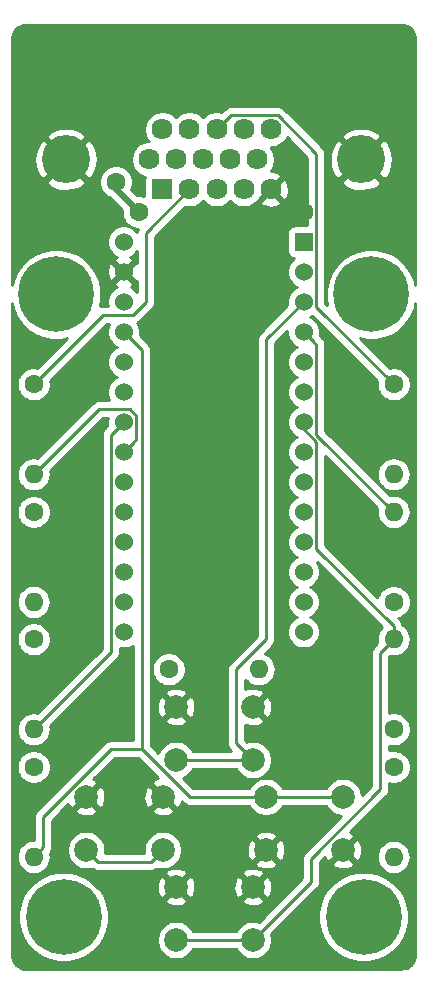
<source format=gbr>
G04 #@! TF.GenerationSoftware,KiCad,Pcbnew,(5.1.4)-1*
G04 #@! TF.CreationDate,2020-11-28T22:24:56-05:00*
G04 #@! TF.ProjectId,snek,736e656b-2e6b-4696-9361-645f70636258,rev?*
G04 #@! TF.SameCoordinates,Original*
G04 #@! TF.FileFunction,Copper,L1,Top*
G04 #@! TF.FilePolarity,Positive*
%FSLAX46Y46*%
G04 Gerber Fmt 4.6, Leading zero omitted, Abs format (unit mm)*
G04 Created by KiCad (PCBNEW (5.1.4)-1) date 2020-11-28 22:24:57*
%MOMM*%
%LPD*%
G04 APERTURE LIST*
%ADD10C,4.066000*%
%ADD11C,1.785000*%
%ADD12R,1.785000X1.785000*%
%ADD13C,6.400000*%
%ADD14C,1.524000*%
%ADD15R,1.524000X1.524000*%
%ADD16C,2.000000*%
%ADD17O,1.600000X1.600000*%
%ADD18C,1.600000*%
%ADD19C,0.250000*%
%ADD20C,0.500000*%
%ADD21C,0.254000*%
G04 APERTURE END LIST*
D10*
X132920000Y-102870000D03*
X157910000Y-102870000D03*
D11*
X150245000Y-100330000D03*
X147955000Y-100330000D03*
X145665000Y-100330000D03*
X143375000Y-100330000D03*
X141085000Y-100330000D03*
X149100000Y-102870000D03*
X146810000Y-102870000D03*
X144520000Y-102870000D03*
X142230000Y-102870000D03*
X139940000Y-102870000D03*
X150245000Y-105410000D03*
X147955000Y-105410000D03*
X145665000Y-105410000D03*
X143375000Y-105410000D03*
D12*
X141085000Y-105410000D03*
D13*
X132715000Y-167005000D03*
X158115000Y-167005000D03*
X132080000Y-114300000D03*
X158750000Y-114300000D03*
D14*
X137795000Y-109855000D03*
X137795000Y-112395000D03*
X137795000Y-114935000D03*
X137795000Y-117475000D03*
X137795000Y-120015000D03*
X137795000Y-122555000D03*
X137795000Y-125095000D03*
X137795000Y-127635000D03*
X137795000Y-130175000D03*
X137795000Y-132715000D03*
X137795000Y-135255000D03*
X137795000Y-137795000D03*
X137795000Y-140335000D03*
X137795000Y-142875000D03*
X153035000Y-142875000D03*
X153035000Y-140335000D03*
X153035000Y-137795000D03*
X153035000Y-135255000D03*
X153035000Y-132715000D03*
X153035000Y-130175000D03*
X153035000Y-127635000D03*
X153035000Y-125095000D03*
X153035000Y-122555000D03*
X153035000Y-120015000D03*
X153035000Y-117475000D03*
X153035000Y-114935000D03*
X153035000Y-112395000D03*
D15*
X153035000Y-109855000D03*
D16*
X156360000Y-156845000D03*
X156360000Y-161345000D03*
X149860000Y-156845000D03*
X149860000Y-161345000D03*
X148740000Y-164465000D03*
X148740000Y-168965000D03*
X142240000Y-164465000D03*
X142240000Y-168965000D03*
X141120000Y-156845000D03*
X141120000Y-161345000D03*
X134620000Y-156845000D03*
X134620000Y-161345000D03*
X148740000Y-149225000D03*
X148740000Y-153725000D03*
X142240000Y-149225000D03*
X142240000Y-153725000D03*
D17*
X149225000Y-146050000D03*
D18*
X141605000Y-146050000D03*
D17*
X160655000Y-129540000D03*
D18*
X160655000Y-121920000D03*
D17*
X130175000Y-140335000D03*
D18*
X130175000Y-132715000D03*
D17*
X130175000Y-129540000D03*
D18*
X130175000Y-121920000D03*
D17*
X130175000Y-151130000D03*
D18*
X130175000Y-143510000D03*
D17*
X130175000Y-161925000D03*
D18*
X130175000Y-154305000D03*
D17*
X160655000Y-161925000D03*
D18*
X160655000Y-154305000D03*
D17*
X160655000Y-132715000D03*
D18*
X160655000Y-140335000D03*
D17*
X160655000Y-143510000D03*
D18*
X160655000Y-151130000D03*
X137160000Y-104775000D03*
X139065000Y-107315000D03*
X156210000Y-106680000D03*
X153035000Y-107315000D03*
D19*
X146557499Y-99437501D02*
X145665000Y-100330000D01*
X146882501Y-99112499D02*
X146557499Y-99437501D01*
X150829401Y-99112499D02*
X146882501Y-99112499D01*
X154122001Y-102405099D02*
X150829401Y-99112499D01*
X160655000Y-121920000D02*
X154122001Y-115387001D01*
X154122001Y-115387001D02*
X154122001Y-102405099D01*
X136072999Y-116022001D02*
X138612999Y-116022001D01*
X130175000Y-121920000D02*
X136072999Y-116022001D01*
X138612999Y-116022001D02*
X139700000Y-114935000D01*
X139700000Y-109085000D02*
X143375000Y-105410000D01*
X139700000Y-114935000D02*
X139700000Y-109085000D01*
D20*
X137160000Y-105410000D02*
X139065000Y-107315000D01*
X137160000Y-104775000D02*
X137160000Y-105410000D01*
D19*
X147325787Y-168965000D02*
X142240000Y-168965000D01*
X148740000Y-168965000D02*
X147325787Y-168965000D01*
X159855001Y-144309999D02*
X160655000Y-143510000D01*
X148740000Y-168965000D02*
X153670000Y-164035000D01*
X153035000Y-125731410D02*
X153035000Y-125095000D01*
X154122001Y-126818411D02*
X153035000Y-125731410D01*
X154122001Y-135845631D02*
X154122001Y-126818411D01*
X160655000Y-142378630D02*
X154122001Y-135845631D01*
X160655000Y-143510000D02*
X160655000Y-142378630D01*
X159529999Y-144635001D02*
X159855001Y-144309999D01*
X159529999Y-156213999D02*
X159529999Y-144635001D01*
X153670000Y-162073998D02*
X159529999Y-156213999D01*
X153670000Y-164035000D02*
X153670000Y-162073998D01*
X140120001Y-162344999D02*
X141120000Y-161345000D01*
X135619999Y-162344999D02*
X140120001Y-162344999D01*
X134620000Y-161345000D02*
X135619999Y-162344999D01*
X153796999Y-118236999D02*
X153035000Y-117475000D01*
X154122001Y-118562001D02*
X153796999Y-118236999D01*
X154122001Y-126182001D02*
X154122001Y-118562001D01*
X160655000Y-132715000D02*
X154122001Y-126182001D01*
X142240000Y-153725000D02*
X148740000Y-153725000D01*
X149860000Y-118110000D02*
X153035000Y-114935000D01*
X149860000Y-143510000D02*
X149860000Y-118110000D01*
X147320000Y-146050000D02*
X149860000Y-143510000D01*
X148740000Y-153725000D02*
X147320000Y-152305000D01*
X147320000Y-152305000D02*
X147320000Y-146050000D01*
X139332010Y-119012010D02*
X137795000Y-117475000D01*
X139332010Y-152778012D02*
X139332010Y-119012010D01*
X149860000Y-156845000D02*
X143398998Y-156845000D01*
X143398998Y-156845000D02*
X139332010Y-152778012D01*
X136725986Y-152778012D02*
X139332010Y-152778012D01*
X130974999Y-158528999D02*
X136725986Y-152778012D01*
X130974999Y-161125001D02*
X130974999Y-158528999D01*
X130175000Y-161925000D02*
X130974999Y-161125001D01*
X149860000Y-156845000D02*
X156360000Y-156845000D01*
X137033001Y-125856999D02*
X137795000Y-125095000D01*
X136707999Y-126182001D02*
X137033001Y-125856999D01*
X136707999Y-144597001D02*
X136707999Y-126182001D01*
X130175000Y-151130000D02*
X136707999Y-144597001D01*
X138556999Y-126873001D02*
X137795000Y-127635000D01*
X138882001Y-126547999D02*
X138556999Y-126873001D01*
X138882001Y-124573239D02*
X138882001Y-126547999D01*
X138316761Y-124007999D02*
X138882001Y-124573239D01*
X135707001Y-124007999D02*
X138316761Y-124007999D01*
X130175000Y-129540000D02*
X135707001Y-124007999D01*
D21*
G36*
X162510000Y-170146497D02*
G01*
X162483543Y-170416327D01*
X162414908Y-170643656D01*
X162303428Y-170853320D01*
X162153343Y-171037341D01*
X161970380Y-171188701D01*
X161761493Y-171301646D01*
X161534653Y-171371865D01*
X161266966Y-171400000D01*
X129573503Y-171400000D01*
X129303673Y-171373543D01*
X129076344Y-171304908D01*
X128866680Y-171193428D01*
X128682659Y-171043343D01*
X128531299Y-170860380D01*
X128418354Y-170651493D01*
X128348135Y-170424653D01*
X128320000Y-170156966D01*
X128320000Y-166627285D01*
X128880000Y-166627285D01*
X128880000Y-167382715D01*
X129027377Y-168123628D01*
X129316467Y-168821554D01*
X129736161Y-169449670D01*
X130270330Y-169983839D01*
X130898446Y-170403533D01*
X131596372Y-170692623D01*
X132337285Y-170840000D01*
X133092715Y-170840000D01*
X133833628Y-170692623D01*
X134531554Y-170403533D01*
X135159670Y-169983839D01*
X135693839Y-169449670D01*
X136113533Y-168821554D01*
X136402623Y-168123628D01*
X136550000Y-167382715D01*
X136550000Y-166627285D01*
X136402623Y-165886372D01*
X136284176Y-165600413D01*
X141284192Y-165600413D01*
X141379956Y-165864814D01*
X141669571Y-166005704D01*
X141981108Y-166087384D01*
X142302595Y-166106718D01*
X142621675Y-166062961D01*
X142926088Y-165957795D01*
X143100044Y-165864814D01*
X143195808Y-165600413D01*
X147784192Y-165600413D01*
X147879956Y-165864814D01*
X148169571Y-166005704D01*
X148481108Y-166087384D01*
X148802595Y-166106718D01*
X149121675Y-166062961D01*
X149426088Y-165957795D01*
X149600044Y-165864814D01*
X149695808Y-165600413D01*
X148740000Y-164644605D01*
X147784192Y-165600413D01*
X143195808Y-165600413D01*
X142240000Y-164644605D01*
X141284192Y-165600413D01*
X136284176Y-165600413D01*
X136113533Y-165188446D01*
X135693839Y-164560330D01*
X135661104Y-164527595D01*
X140598282Y-164527595D01*
X140642039Y-164846675D01*
X140747205Y-165151088D01*
X140840186Y-165325044D01*
X141104587Y-165420808D01*
X142060395Y-164465000D01*
X142419605Y-164465000D01*
X143375413Y-165420808D01*
X143639814Y-165325044D01*
X143780704Y-165035429D01*
X143862384Y-164723892D01*
X143874189Y-164527595D01*
X147098282Y-164527595D01*
X147142039Y-164846675D01*
X147247205Y-165151088D01*
X147340186Y-165325044D01*
X147604587Y-165420808D01*
X148560395Y-164465000D01*
X148919605Y-164465000D01*
X149875413Y-165420808D01*
X150139814Y-165325044D01*
X150280704Y-165035429D01*
X150362384Y-164723892D01*
X150381718Y-164402405D01*
X150337961Y-164083325D01*
X150232795Y-163778912D01*
X150139814Y-163604956D01*
X149875413Y-163509192D01*
X148919605Y-164465000D01*
X148560395Y-164465000D01*
X147604587Y-163509192D01*
X147340186Y-163604956D01*
X147199296Y-163894571D01*
X147117616Y-164206108D01*
X147098282Y-164527595D01*
X143874189Y-164527595D01*
X143881718Y-164402405D01*
X143837961Y-164083325D01*
X143732795Y-163778912D01*
X143639814Y-163604956D01*
X143375413Y-163509192D01*
X142419605Y-164465000D01*
X142060395Y-164465000D01*
X141104587Y-163509192D01*
X140840186Y-163604956D01*
X140699296Y-163894571D01*
X140617616Y-164206108D01*
X140598282Y-164527595D01*
X135661104Y-164527595D01*
X135159670Y-164026161D01*
X134531554Y-163606467D01*
X133863106Y-163329587D01*
X141284192Y-163329587D01*
X142240000Y-164285395D01*
X143195808Y-163329587D01*
X147784192Y-163329587D01*
X148740000Y-164285395D01*
X149695808Y-163329587D01*
X149600044Y-163065186D01*
X149310429Y-162924296D01*
X148998892Y-162842616D01*
X148677405Y-162823282D01*
X148358325Y-162867039D01*
X148053912Y-162972205D01*
X147879956Y-163065186D01*
X147784192Y-163329587D01*
X143195808Y-163329587D01*
X143100044Y-163065186D01*
X142810429Y-162924296D01*
X142498892Y-162842616D01*
X142177405Y-162823282D01*
X141858325Y-162867039D01*
X141553912Y-162972205D01*
X141379956Y-163065186D01*
X141284192Y-163329587D01*
X133863106Y-163329587D01*
X133833628Y-163317377D01*
X133092715Y-163170000D01*
X132337285Y-163170000D01*
X131596372Y-163317377D01*
X130898446Y-163606467D01*
X130270330Y-164026161D01*
X129736161Y-164560330D01*
X129316467Y-165188446D01*
X129027377Y-165886372D01*
X128880000Y-166627285D01*
X128320000Y-166627285D01*
X128320000Y-154163665D01*
X128740000Y-154163665D01*
X128740000Y-154446335D01*
X128795147Y-154723574D01*
X128903320Y-154984727D01*
X129060363Y-155219759D01*
X129260241Y-155419637D01*
X129495273Y-155576680D01*
X129756426Y-155684853D01*
X130033665Y-155740000D01*
X130316335Y-155740000D01*
X130593574Y-155684853D01*
X130854727Y-155576680D01*
X131089759Y-155419637D01*
X131289637Y-155219759D01*
X131446680Y-154984727D01*
X131554853Y-154723574D01*
X131610000Y-154446335D01*
X131610000Y-154163665D01*
X131554853Y-153886426D01*
X131446680Y-153625273D01*
X131289637Y-153390241D01*
X131089759Y-153190363D01*
X130854727Y-153033320D01*
X130593574Y-152925147D01*
X130316335Y-152870000D01*
X130033665Y-152870000D01*
X129756426Y-152925147D01*
X129495273Y-153033320D01*
X129260241Y-153190363D01*
X129060363Y-153390241D01*
X128903320Y-153625273D01*
X128795147Y-153886426D01*
X128740000Y-154163665D01*
X128320000Y-154163665D01*
X128320000Y-143368665D01*
X128740000Y-143368665D01*
X128740000Y-143651335D01*
X128795147Y-143928574D01*
X128903320Y-144189727D01*
X129060363Y-144424759D01*
X129260241Y-144624637D01*
X129495273Y-144781680D01*
X129756426Y-144889853D01*
X130033665Y-144945000D01*
X130316335Y-144945000D01*
X130593574Y-144889853D01*
X130854727Y-144781680D01*
X131089759Y-144624637D01*
X131289637Y-144424759D01*
X131446680Y-144189727D01*
X131554853Y-143928574D01*
X131610000Y-143651335D01*
X131610000Y-143368665D01*
X131554853Y-143091426D01*
X131446680Y-142830273D01*
X131289637Y-142595241D01*
X131089759Y-142395363D01*
X130854727Y-142238320D01*
X130593574Y-142130147D01*
X130316335Y-142075000D01*
X130033665Y-142075000D01*
X129756426Y-142130147D01*
X129495273Y-142238320D01*
X129260241Y-142395363D01*
X129060363Y-142595241D01*
X128903320Y-142830273D01*
X128795147Y-143091426D01*
X128740000Y-143368665D01*
X128320000Y-143368665D01*
X128320000Y-140335000D01*
X128733057Y-140335000D01*
X128760764Y-140616309D01*
X128842818Y-140886808D01*
X128976068Y-141136101D01*
X129155392Y-141354608D01*
X129373899Y-141533932D01*
X129623192Y-141667182D01*
X129893691Y-141749236D01*
X130104508Y-141770000D01*
X130245492Y-141770000D01*
X130456309Y-141749236D01*
X130726808Y-141667182D01*
X130976101Y-141533932D01*
X131194608Y-141354608D01*
X131373932Y-141136101D01*
X131507182Y-140886808D01*
X131589236Y-140616309D01*
X131616943Y-140335000D01*
X131589236Y-140053691D01*
X131507182Y-139783192D01*
X131373932Y-139533899D01*
X131194608Y-139315392D01*
X130976101Y-139136068D01*
X130726808Y-139002818D01*
X130456309Y-138920764D01*
X130245492Y-138900000D01*
X130104508Y-138900000D01*
X129893691Y-138920764D01*
X129623192Y-139002818D01*
X129373899Y-139136068D01*
X129155392Y-139315392D01*
X128976068Y-139533899D01*
X128842818Y-139783192D01*
X128760764Y-140053691D01*
X128733057Y-140335000D01*
X128320000Y-140335000D01*
X128320000Y-132573665D01*
X128740000Y-132573665D01*
X128740000Y-132856335D01*
X128795147Y-133133574D01*
X128903320Y-133394727D01*
X129060363Y-133629759D01*
X129260241Y-133829637D01*
X129495273Y-133986680D01*
X129756426Y-134094853D01*
X130033665Y-134150000D01*
X130316335Y-134150000D01*
X130593574Y-134094853D01*
X130854727Y-133986680D01*
X131089759Y-133829637D01*
X131289637Y-133629759D01*
X131446680Y-133394727D01*
X131554853Y-133133574D01*
X131610000Y-132856335D01*
X131610000Y-132573665D01*
X131554853Y-132296426D01*
X131446680Y-132035273D01*
X131289637Y-131800241D01*
X131089759Y-131600363D01*
X130854727Y-131443320D01*
X130593574Y-131335147D01*
X130316335Y-131280000D01*
X130033665Y-131280000D01*
X129756426Y-131335147D01*
X129495273Y-131443320D01*
X129260241Y-131600363D01*
X129060363Y-131800241D01*
X128903320Y-132035273D01*
X128795147Y-132296426D01*
X128740000Y-132573665D01*
X128320000Y-132573665D01*
X128320000Y-115054765D01*
X128392377Y-115418628D01*
X128681467Y-116116554D01*
X129101161Y-116744670D01*
X129635330Y-117278839D01*
X130263446Y-117698533D01*
X130961372Y-117987623D01*
X131702285Y-118135000D01*
X132457715Y-118135000D01*
X132991344Y-118028854D01*
X130498887Y-120521312D01*
X130316335Y-120485000D01*
X130033665Y-120485000D01*
X129756426Y-120540147D01*
X129495273Y-120648320D01*
X129260241Y-120805363D01*
X129060363Y-121005241D01*
X128903320Y-121240273D01*
X128795147Y-121501426D01*
X128740000Y-121778665D01*
X128740000Y-122061335D01*
X128795147Y-122338574D01*
X128903320Y-122599727D01*
X129060363Y-122834759D01*
X129260241Y-123034637D01*
X129495273Y-123191680D01*
X129756426Y-123299853D01*
X130033665Y-123355000D01*
X130316335Y-123355000D01*
X130593574Y-123299853D01*
X130854727Y-123191680D01*
X131089759Y-123034637D01*
X131289637Y-122834759D01*
X131446680Y-122599727D01*
X131554853Y-122338574D01*
X131610000Y-122061335D01*
X131610000Y-121778665D01*
X131573688Y-121596113D01*
X136387801Y-116782001D01*
X136577890Y-116782001D01*
X136556995Y-116813273D01*
X136451686Y-117067510D01*
X136398000Y-117337408D01*
X136398000Y-117612592D01*
X136451686Y-117882490D01*
X136556995Y-118136727D01*
X136709880Y-118365535D01*
X136904465Y-118560120D01*
X137133273Y-118713005D01*
X137210515Y-118745000D01*
X137133273Y-118776995D01*
X136904465Y-118929880D01*
X136709880Y-119124465D01*
X136556995Y-119353273D01*
X136451686Y-119607510D01*
X136398000Y-119877408D01*
X136398000Y-120152592D01*
X136451686Y-120422490D01*
X136556995Y-120676727D01*
X136709880Y-120905535D01*
X136904465Y-121100120D01*
X137133273Y-121253005D01*
X137210515Y-121285000D01*
X137133273Y-121316995D01*
X136904465Y-121469880D01*
X136709880Y-121664465D01*
X136556995Y-121893273D01*
X136451686Y-122147510D01*
X136398000Y-122417408D01*
X136398000Y-122692592D01*
X136451686Y-122962490D01*
X136556995Y-123216727D01*
X136577890Y-123247999D01*
X135744324Y-123247999D01*
X135707001Y-123244323D01*
X135669678Y-123247999D01*
X135669668Y-123247999D01*
X135558015Y-123258996D01*
X135414754Y-123302453D01*
X135282725Y-123373025D01*
X135167000Y-123467998D01*
X135143202Y-123496996D01*
X130500906Y-128139292D01*
X130456309Y-128125764D01*
X130245492Y-128105000D01*
X130104508Y-128105000D01*
X129893691Y-128125764D01*
X129623192Y-128207818D01*
X129373899Y-128341068D01*
X129155392Y-128520392D01*
X128976068Y-128738899D01*
X128842818Y-128988192D01*
X128760764Y-129258691D01*
X128733057Y-129540000D01*
X128760764Y-129821309D01*
X128842818Y-130091808D01*
X128976068Y-130341101D01*
X129155392Y-130559608D01*
X129373899Y-130738932D01*
X129623192Y-130872182D01*
X129893691Y-130954236D01*
X130104508Y-130975000D01*
X130245492Y-130975000D01*
X130456309Y-130954236D01*
X130726808Y-130872182D01*
X130976101Y-130738932D01*
X131194608Y-130559608D01*
X131373932Y-130341101D01*
X131507182Y-130091808D01*
X131589236Y-129821309D01*
X131616943Y-129540000D01*
X131589236Y-129258691D01*
X131575708Y-129214094D01*
X136021803Y-124767999D01*
X136435676Y-124767999D01*
X136398000Y-124957408D01*
X136398000Y-125232592D01*
X136428628Y-125386571D01*
X136196997Y-125618202D01*
X136167999Y-125642000D01*
X136144201Y-125670998D01*
X136144200Y-125670999D01*
X136073025Y-125757725D01*
X136002453Y-125889755D01*
X135958997Y-126033016D01*
X135944323Y-126182001D01*
X135948000Y-126219333D01*
X135947999Y-144282199D01*
X130500907Y-149729292D01*
X130456309Y-149715764D01*
X130245492Y-149695000D01*
X130104508Y-149695000D01*
X129893691Y-149715764D01*
X129623192Y-149797818D01*
X129373899Y-149931068D01*
X129155392Y-150110392D01*
X128976068Y-150328899D01*
X128842818Y-150578192D01*
X128760764Y-150848691D01*
X128733057Y-151130000D01*
X128760764Y-151411309D01*
X128842818Y-151681808D01*
X128976068Y-151931101D01*
X129155392Y-152149608D01*
X129373899Y-152328932D01*
X129623192Y-152462182D01*
X129893691Y-152544236D01*
X130104508Y-152565000D01*
X130245492Y-152565000D01*
X130456309Y-152544236D01*
X130726808Y-152462182D01*
X130976101Y-152328932D01*
X131194608Y-152149608D01*
X131373932Y-151931101D01*
X131507182Y-151681808D01*
X131589236Y-151411309D01*
X131616943Y-151130000D01*
X131589236Y-150848691D01*
X131575708Y-150804093D01*
X137219003Y-145160799D01*
X137248000Y-145137002D01*
X137342973Y-145021277D01*
X137413545Y-144889248D01*
X137457002Y-144745987D01*
X137467999Y-144634334D01*
X137467999Y-144634326D01*
X137471675Y-144597001D01*
X137467999Y-144559676D01*
X137467999Y-144234324D01*
X137657408Y-144272000D01*
X137932592Y-144272000D01*
X138202490Y-144218314D01*
X138456727Y-144113005D01*
X138572010Y-144035975D01*
X138572010Y-152018012D01*
X136763309Y-152018012D01*
X136725986Y-152014336D01*
X136688663Y-152018012D01*
X136688653Y-152018012D01*
X136577000Y-152029009D01*
X136433739Y-152072466D01*
X136301710Y-152143038D01*
X136185985Y-152238011D01*
X136162187Y-152267009D01*
X130463997Y-157965200D01*
X130434999Y-157988998D01*
X130411201Y-158017996D01*
X130411200Y-158017997D01*
X130340025Y-158104723D01*
X130269453Y-158236753D01*
X130267008Y-158244814D01*
X130225997Y-158380013D01*
X130222338Y-158417168D01*
X130211323Y-158528999D01*
X130215000Y-158566331D01*
X130214999Y-160490000D01*
X130104508Y-160490000D01*
X129893691Y-160510764D01*
X129623192Y-160592818D01*
X129373899Y-160726068D01*
X129155392Y-160905392D01*
X128976068Y-161123899D01*
X128842818Y-161373192D01*
X128760764Y-161643691D01*
X128733057Y-161925000D01*
X128760764Y-162206309D01*
X128842818Y-162476808D01*
X128976068Y-162726101D01*
X129155392Y-162944608D01*
X129373899Y-163123932D01*
X129623192Y-163257182D01*
X129893691Y-163339236D01*
X130104508Y-163360000D01*
X130245492Y-163360000D01*
X130456309Y-163339236D01*
X130726808Y-163257182D01*
X130976101Y-163123932D01*
X131194608Y-162944608D01*
X131373932Y-162726101D01*
X131507182Y-162476808D01*
X131589236Y-162206309D01*
X131616943Y-161925000D01*
X131589236Y-161643691D01*
X131573922Y-161593206D01*
X131609972Y-161549278D01*
X131609973Y-161549277D01*
X131680545Y-161417248D01*
X131724002Y-161273987D01*
X131732868Y-161183967D01*
X132985000Y-161183967D01*
X132985000Y-161506033D01*
X133047832Y-161821912D01*
X133171082Y-162119463D01*
X133350013Y-162387252D01*
X133577748Y-162614987D01*
X133845537Y-162793918D01*
X134143088Y-162917168D01*
X134458967Y-162980000D01*
X134781033Y-162980000D01*
X135096912Y-162917168D01*
X135111721Y-162911034D01*
X135195722Y-162979973D01*
X135327752Y-163050545D01*
X135471013Y-163094002D01*
X135582666Y-163104999D01*
X135582675Y-163104999D01*
X135619998Y-163108675D01*
X135657321Y-163104999D01*
X140082679Y-163104999D01*
X140120001Y-163108675D01*
X140157323Y-163104999D01*
X140157334Y-163104999D01*
X140268987Y-163094002D01*
X140412248Y-163050545D01*
X140544277Y-162979973D01*
X140628279Y-162911034D01*
X140643088Y-162917168D01*
X140958967Y-162980000D01*
X141281033Y-162980000D01*
X141596912Y-162917168D01*
X141894463Y-162793918D01*
X142162252Y-162614987D01*
X142296826Y-162480413D01*
X148904192Y-162480413D01*
X148999956Y-162744814D01*
X149289571Y-162885704D01*
X149601108Y-162967384D01*
X149922595Y-162986718D01*
X150241675Y-162942961D01*
X150546088Y-162837795D01*
X150720044Y-162744814D01*
X150815808Y-162480413D01*
X149860000Y-161524605D01*
X148904192Y-162480413D01*
X142296826Y-162480413D01*
X142389987Y-162387252D01*
X142568918Y-162119463D01*
X142692168Y-161821912D01*
X142755000Y-161506033D01*
X142755000Y-161407595D01*
X148218282Y-161407595D01*
X148262039Y-161726675D01*
X148367205Y-162031088D01*
X148460186Y-162205044D01*
X148724587Y-162300808D01*
X149680395Y-161345000D01*
X150039605Y-161345000D01*
X150995413Y-162300808D01*
X151259814Y-162205044D01*
X151400704Y-161915429D01*
X151482384Y-161603892D01*
X151501718Y-161282405D01*
X151457961Y-160963325D01*
X151352795Y-160658912D01*
X151259814Y-160484956D01*
X150995413Y-160389192D01*
X150039605Y-161345000D01*
X149680395Y-161345000D01*
X148724587Y-160389192D01*
X148460186Y-160484956D01*
X148319296Y-160774571D01*
X148237616Y-161086108D01*
X148218282Y-161407595D01*
X142755000Y-161407595D01*
X142755000Y-161183967D01*
X142692168Y-160868088D01*
X142568918Y-160570537D01*
X142389987Y-160302748D01*
X142296826Y-160209587D01*
X148904192Y-160209587D01*
X149860000Y-161165395D01*
X150815808Y-160209587D01*
X150720044Y-159945186D01*
X150430429Y-159804296D01*
X150118892Y-159722616D01*
X149797405Y-159703282D01*
X149478325Y-159747039D01*
X149173912Y-159852205D01*
X148999956Y-159945186D01*
X148904192Y-160209587D01*
X142296826Y-160209587D01*
X142162252Y-160075013D01*
X141894463Y-159896082D01*
X141596912Y-159772832D01*
X141281033Y-159710000D01*
X140958967Y-159710000D01*
X140643088Y-159772832D01*
X140345537Y-159896082D01*
X140077748Y-160075013D01*
X139850013Y-160302748D01*
X139671082Y-160570537D01*
X139547832Y-160868088D01*
X139485000Y-161183967D01*
X139485000Y-161506033D01*
X139500707Y-161584999D01*
X136239293Y-161584999D01*
X136255000Y-161506033D01*
X136255000Y-161183967D01*
X136192168Y-160868088D01*
X136068918Y-160570537D01*
X135889987Y-160302748D01*
X135662252Y-160075013D01*
X135394463Y-159896082D01*
X135096912Y-159772832D01*
X134781033Y-159710000D01*
X134458967Y-159710000D01*
X134143088Y-159772832D01*
X133845537Y-159896082D01*
X133577748Y-160075013D01*
X133350013Y-160302748D01*
X133171082Y-160570537D01*
X133047832Y-160868088D01*
X132985000Y-161183967D01*
X131732868Y-161183967D01*
X131734999Y-161162334D01*
X131734999Y-161162325D01*
X131738675Y-161125002D01*
X131734999Y-161087679D01*
X131734999Y-158843800D01*
X132598386Y-157980413D01*
X133664192Y-157980413D01*
X133759956Y-158244814D01*
X134049571Y-158385704D01*
X134361108Y-158467384D01*
X134682595Y-158486718D01*
X135001675Y-158442961D01*
X135306088Y-158337795D01*
X135480044Y-158244814D01*
X135575808Y-157980413D01*
X140164192Y-157980413D01*
X140259956Y-158244814D01*
X140549571Y-158385704D01*
X140861108Y-158467384D01*
X141182595Y-158486718D01*
X141501675Y-158442961D01*
X141806088Y-158337795D01*
X141980044Y-158244814D01*
X142075808Y-157980413D01*
X141120000Y-157024605D01*
X140164192Y-157980413D01*
X135575808Y-157980413D01*
X134620000Y-157024605D01*
X133664192Y-157980413D01*
X132598386Y-157980413D01*
X133106794Y-157472006D01*
X133127205Y-157531088D01*
X133220186Y-157705044D01*
X133484587Y-157800808D01*
X134440395Y-156845000D01*
X134799605Y-156845000D01*
X135755413Y-157800808D01*
X136019814Y-157705044D01*
X136160704Y-157415429D01*
X136242384Y-157103892D01*
X136254189Y-156907595D01*
X139478282Y-156907595D01*
X139522039Y-157226675D01*
X139627205Y-157531088D01*
X139720186Y-157705044D01*
X139984587Y-157800808D01*
X140940395Y-156845000D01*
X139984587Y-155889192D01*
X139720186Y-155984956D01*
X139579296Y-156274571D01*
X139497616Y-156586108D01*
X139478282Y-156907595D01*
X136254189Y-156907595D01*
X136261718Y-156782405D01*
X136217961Y-156463325D01*
X136112795Y-156158912D01*
X136019814Y-155984956D01*
X135755413Y-155889192D01*
X134799605Y-156845000D01*
X134440395Y-156845000D01*
X134426253Y-156830858D01*
X134605858Y-156651253D01*
X134620000Y-156665395D01*
X135575808Y-155709587D01*
X135480044Y-155445186D01*
X135246989Y-155331811D01*
X137040788Y-153538012D01*
X139017209Y-153538012D01*
X140729340Y-155250143D01*
X140433912Y-155352205D01*
X140259956Y-155445186D01*
X140164192Y-155709587D01*
X141120000Y-156665395D01*
X141134143Y-156651253D01*
X141313748Y-156830858D01*
X141299605Y-156845000D01*
X142255413Y-157800808D01*
X142519814Y-157705044D01*
X142660704Y-157415429D01*
X142709295Y-157230099D01*
X142835199Y-157356003D01*
X142858997Y-157385001D01*
X142887995Y-157408799D01*
X142974722Y-157479974D01*
X143106751Y-157550546D01*
X143250012Y-157594003D01*
X143398998Y-157608677D01*
X143436331Y-157605000D01*
X148405091Y-157605000D01*
X148411082Y-157619463D01*
X148590013Y-157887252D01*
X148817748Y-158114987D01*
X149085537Y-158293918D01*
X149383088Y-158417168D01*
X149698967Y-158480000D01*
X150021033Y-158480000D01*
X150336912Y-158417168D01*
X150634463Y-158293918D01*
X150902252Y-158114987D01*
X151129987Y-157887252D01*
X151308918Y-157619463D01*
X151314909Y-157605000D01*
X154905091Y-157605000D01*
X154911082Y-157619463D01*
X155090013Y-157887252D01*
X155317748Y-158114987D01*
X155585537Y-158293918D01*
X155883088Y-158417168D01*
X156190818Y-158478379D01*
X153158998Y-161510199D01*
X153130000Y-161533997D01*
X153106202Y-161562995D01*
X153106201Y-161562996D01*
X153035026Y-161649722D01*
X152964454Y-161781752D01*
X152941931Y-161856003D01*
X152922300Y-161920722D01*
X152920998Y-161925013D01*
X152906324Y-162073998D01*
X152910001Y-162111330D01*
X152910000Y-163720198D01*
X149231376Y-167398823D01*
X149216912Y-167392832D01*
X148901033Y-167330000D01*
X148578967Y-167330000D01*
X148263088Y-167392832D01*
X147965537Y-167516082D01*
X147697748Y-167695013D01*
X147470013Y-167922748D01*
X147291082Y-168190537D01*
X147285091Y-168205000D01*
X143694909Y-168205000D01*
X143688918Y-168190537D01*
X143509987Y-167922748D01*
X143282252Y-167695013D01*
X143014463Y-167516082D01*
X142716912Y-167392832D01*
X142401033Y-167330000D01*
X142078967Y-167330000D01*
X141763088Y-167392832D01*
X141465537Y-167516082D01*
X141197748Y-167695013D01*
X140970013Y-167922748D01*
X140791082Y-168190537D01*
X140667832Y-168488088D01*
X140605000Y-168803967D01*
X140605000Y-169126033D01*
X140667832Y-169441912D01*
X140791082Y-169739463D01*
X140970013Y-170007252D01*
X141197748Y-170234987D01*
X141465537Y-170413918D01*
X141763088Y-170537168D01*
X142078967Y-170600000D01*
X142401033Y-170600000D01*
X142716912Y-170537168D01*
X143014463Y-170413918D01*
X143282252Y-170234987D01*
X143509987Y-170007252D01*
X143688918Y-169739463D01*
X143694909Y-169725000D01*
X147285091Y-169725000D01*
X147291082Y-169739463D01*
X147470013Y-170007252D01*
X147697748Y-170234987D01*
X147965537Y-170413918D01*
X148263088Y-170537168D01*
X148578967Y-170600000D01*
X148901033Y-170600000D01*
X149216912Y-170537168D01*
X149514463Y-170413918D01*
X149782252Y-170234987D01*
X150009987Y-170007252D01*
X150188918Y-169739463D01*
X150312168Y-169441912D01*
X150375000Y-169126033D01*
X150375000Y-168803967D01*
X150312168Y-168488088D01*
X150306177Y-168473624D01*
X152152516Y-166627285D01*
X154280000Y-166627285D01*
X154280000Y-167382715D01*
X154427377Y-168123628D01*
X154716467Y-168821554D01*
X155136161Y-169449670D01*
X155670330Y-169983839D01*
X156298446Y-170403533D01*
X156996372Y-170692623D01*
X157737285Y-170840000D01*
X158492715Y-170840000D01*
X159233628Y-170692623D01*
X159931554Y-170403533D01*
X160559670Y-169983839D01*
X161093839Y-169449670D01*
X161513533Y-168821554D01*
X161802623Y-168123628D01*
X161950000Y-167382715D01*
X161950000Y-166627285D01*
X161802623Y-165886372D01*
X161513533Y-165188446D01*
X161093839Y-164560330D01*
X160559670Y-164026161D01*
X159931554Y-163606467D01*
X159233628Y-163317377D01*
X158492715Y-163170000D01*
X157737285Y-163170000D01*
X156996372Y-163317377D01*
X156298446Y-163606467D01*
X155670330Y-164026161D01*
X155136161Y-164560330D01*
X154716467Y-165188446D01*
X154427377Y-165886372D01*
X154280000Y-166627285D01*
X152152516Y-166627285D01*
X154181004Y-164598798D01*
X154210001Y-164575001D01*
X154304974Y-164459276D01*
X154375546Y-164327247D01*
X154419003Y-164183986D01*
X154430000Y-164072333D01*
X154430000Y-164072323D01*
X154433676Y-164035000D01*
X154430000Y-163997677D01*
X154430000Y-162480413D01*
X155404192Y-162480413D01*
X155499956Y-162744814D01*
X155789571Y-162885704D01*
X156101108Y-162967384D01*
X156422595Y-162986718D01*
X156741675Y-162942961D01*
X157046088Y-162837795D01*
X157220044Y-162744814D01*
X157315808Y-162480413D01*
X156360000Y-161524605D01*
X155404192Y-162480413D01*
X154430000Y-162480413D01*
X154430000Y-162388799D01*
X154846794Y-161972005D01*
X154867205Y-162031088D01*
X154960186Y-162205044D01*
X155224587Y-162300808D01*
X156180395Y-161345000D01*
X156539605Y-161345000D01*
X157495413Y-162300808D01*
X157759814Y-162205044D01*
X157896047Y-161925000D01*
X159213057Y-161925000D01*
X159240764Y-162206309D01*
X159322818Y-162476808D01*
X159456068Y-162726101D01*
X159635392Y-162944608D01*
X159853899Y-163123932D01*
X160103192Y-163257182D01*
X160373691Y-163339236D01*
X160584508Y-163360000D01*
X160725492Y-163360000D01*
X160936309Y-163339236D01*
X161206808Y-163257182D01*
X161456101Y-163123932D01*
X161674608Y-162944608D01*
X161853932Y-162726101D01*
X161987182Y-162476808D01*
X162069236Y-162206309D01*
X162096943Y-161925000D01*
X162069236Y-161643691D01*
X161987182Y-161373192D01*
X161853932Y-161123899D01*
X161674608Y-160905392D01*
X161456101Y-160726068D01*
X161206808Y-160592818D01*
X160936309Y-160510764D01*
X160725492Y-160490000D01*
X160584508Y-160490000D01*
X160373691Y-160510764D01*
X160103192Y-160592818D01*
X159853899Y-160726068D01*
X159635392Y-160905392D01*
X159456068Y-161123899D01*
X159322818Y-161373192D01*
X159240764Y-161643691D01*
X159213057Y-161925000D01*
X157896047Y-161925000D01*
X157900704Y-161915429D01*
X157982384Y-161603892D01*
X158001718Y-161282405D01*
X157957961Y-160963325D01*
X157852795Y-160658912D01*
X157759814Y-160484956D01*
X157495413Y-160389192D01*
X156539605Y-161345000D01*
X156180395Y-161345000D01*
X156166253Y-161330858D01*
X156345858Y-161151253D01*
X156360000Y-161165395D01*
X157315808Y-160209587D01*
X157220044Y-159945186D01*
X156986989Y-159831811D01*
X160041003Y-156777797D01*
X160070000Y-156754000D01*
X160127475Y-156683967D01*
X160164973Y-156638276D01*
X160235545Y-156506246D01*
X160261487Y-156420724D01*
X160279002Y-156362985D01*
X160289999Y-156251332D01*
X160289999Y-156251323D01*
X160293675Y-156214000D01*
X160289999Y-156176677D01*
X160289999Y-155695509D01*
X160513665Y-155740000D01*
X160796335Y-155740000D01*
X161073574Y-155684853D01*
X161334727Y-155576680D01*
X161569759Y-155419637D01*
X161769637Y-155219759D01*
X161926680Y-154984727D01*
X162034853Y-154723574D01*
X162090000Y-154446335D01*
X162090000Y-154163665D01*
X162034853Y-153886426D01*
X161926680Y-153625273D01*
X161769637Y-153390241D01*
X161569759Y-153190363D01*
X161334727Y-153033320D01*
X161073574Y-152925147D01*
X160796335Y-152870000D01*
X160513665Y-152870000D01*
X160289999Y-152914491D01*
X160289999Y-152520509D01*
X160513665Y-152565000D01*
X160796335Y-152565000D01*
X161073574Y-152509853D01*
X161334727Y-152401680D01*
X161569759Y-152244637D01*
X161769637Y-152044759D01*
X161926680Y-151809727D01*
X162034853Y-151548574D01*
X162090000Y-151271335D01*
X162090000Y-150988665D01*
X162034853Y-150711426D01*
X161926680Y-150450273D01*
X161769637Y-150215241D01*
X161569759Y-150015363D01*
X161334727Y-149858320D01*
X161073574Y-149750147D01*
X160796335Y-149695000D01*
X160513665Y-149695000D01*
X160289999Y-149739491D01*
X160289999Y-144949802D01*
X160329093Y-144910708D01*
X160373691Y-144924236D01*
X160584508Y-144945000D01*
X160725492Y-144945000D01*
X160936309Y-144924236D01*
X161206808Y-144842182D01*
X161456101Y-144708932D01*
X161674608Y-144529608D01*
X161853932Y-144311101D01*
X161987182Y-144061808D01*
X162069236Y-143791309D01*
X162096943Y-143510000D01*
X162069236Y-143228691D01*
X161987182Y-142958192D01*
X161853932Y-142708899D01*
X161674608Y-142490392D01*
X161456101Y-142311068D01*
X161409573Y-142286198D01*
X161404003Y-142229644D01*
X161360546Y-142086383D01*
X161289974Y-141954354D01*
X161195001Y-141838629D01*
X161166003Y-141814831D01*
X161067277Y-141716105D01*
X161073574Y-141714853D01*
X161334727Y-141606680D01*
X161569759Y-141449637D01*
X161769637Y-141249759D01*
X161926680Y-141014727D01*
X162034853Y-140753574D01*
X162090000Y-140476335D01*
X162090000Y-140193665D01*
X162034853Y-139916426D01*
X161926680Y-139655273D01*
X161769637Y-139420241D01*
X161569759Y-139220363D01*
X161334727Y-139063320D01*
X161073574Y-138955147D01*
X160796335Y-138900000D01*
X160513665Y-138900000D01*
X160236426Y-138955147D01*
X159975273Y-139063320D01*
X159740241Y-139220363D01*
X159540363Y-139420241D01*
X159383320Y-139655273D01*
X159275147Y-139916426D01*
X159273894Y-139922723D01*
X154882001Y-135530830D01*
X154882001Y-128016802D01*
X159254292Y-132389094D01*
X159240764Y-132433691D01*
X159213057Y-132715000D01*
X159240764Y-132996309D01*
X159322818Y-133266808D01*
X159456068Y-133516101D01*
X159635392Y-133734608D01*
X159853899Y-133913932D01*
X160103192Y-134047182D01*
X160373691Y-134129236D01*
X160584508Y-134150000D01*
X160725492Y-134150000D01*
X160936309Y-134129236D01*
X161206808Y-134047182D01*
X161456101Y-133913932D01*
X161674608Y-133734608D01*
X161853932Y-133516101D01*
X161987182Y-133266808D01*
X162069236Y-132996309D01*
X162096943Y-132715000D01*
X162069236Y-132433691D01*
X161987182Y-132163192D01*
X161853932Y-131913899D01*
X161674608Y-131695392D01*
X161456101Y-131516068D01*
X161206808Y-131382818D01*
X160936309Y-131300764D01*
X160725492Y-131280000D01*
X160584508Y-131280000D01*
X160373691Y-131300764D01*
X160329094Y-131314292D01*
X158554802Y-129540000D01*
X159213057Y-129540000D01*
X159240764Y-129821309D01*
X159322818Y-130091808D01*
X159456068Y-130341101D01*
X159635392Y-130559608D01*
X159853899Y-130738932D01*
X160103192Y-130872182D01*
X160373691Y-130954236D01*
X160584508Y-130975000D01*
X160725492Y-130975000D01*
X160936309Y-130954236D01*
X161206808Y-130872182D01*
X161456101Y-130738932D01*
X161674608Y-130559608D01*
X161853932Y-130341101D01*
X161987182Y-130091808D01*
X162069236Y-129821309D01*
X162096943Y-129540000D01*
X162069236Y-129258691D01*
X161987182Y-128988192D01*
X161853932Y-128738899D01*
X161674608Y-128520392D01*
X161456101Y-128341068D01*
X161206808Y-128207818D01*
X160936309Y-128125764D01*
X160725492Y-128105000D01*
X160584508Y-128105000D01*
X160373691Y-128125764D01*
X160103192Y-128207818D01*
X159853899Y-128341068D01*
X159635392Y-128520392D01*
X159456068Y-128738899D01*
X159322818Y-128988192D01*
X159240764Y-129258691D01*
X159213057Y-129540000D01*
X158554802Y-129540000D01*
X154882001Y-125867200D01*
X154882001Y-118599323D01*
X154885677Y-118562000D01*
X154882001Y-118524677D01*
X154882001Y-118524668D01*
X154871004Y-118413015D01*
X154827547Y-118269754D01*
X154756975Y-118137725D01*
X154662002Y-118022000D01*
X154632998Y-117998197D01*
X154401372Y-117766571D01*
X154432000Y-117612592D01*
X154432000Y-117337408D01*
X154378314Y-117067510D01*
X154273005Y-116813273D01*
X154120120Y-116584465D01*
X153925535Y-116389880D01*
X153696727Y-116236995D01*
X153619485Y-116205000D01*
X153696727Y-116173005D01*
X153778539Y-116118340D01*
X159256312Y-121596114D01*
X159220000Y-121778665D01*
X159220000Y-122061335D01*
X159275147Y-122338574D01*
X159383320Y-122599727D01*
X159540363Y-122834759D01*
X159740241Y-123034637D01*
X159975273Y-123191680D01*
X160236426Y-123299853D01*
X160513665Y-123355000D01*
X160796335Y-123355000D01*
X161073574Y-123299853D01*
X161334727Y-123191680D01*
X161569759Y-123034637D01*
X161769637Y-122834759D01*
X161926680Y-122599727D01*
X162034853Y-122338574D01*
X162090000Y-122061335D01*
X162090000Y-121778665D01*
X162034853Y-121501426D01*
X161926680Y-121240273D01*
X161769637Y-121005241D01*
X161569759Y-120805363D01*
X161334727Y-120648320D01*
X161073574Y-120540147D01*
X160796335Y-120485000D01*
X160513665Y-120485000D01*
X160331114Y-120521312D01*
X157838656Y-118028854D01*
X158372285Y-118135000D01*
X159127715Y-118135000D01*
X159868628Y-117987623D01*
X160566554Y-117698533D01*
X161194670Y-117278839D01*
X161728839Y-116744670D01*
X162148533Y-116116554D01*
X162437623Y-115418628D01*
X162510001Y-115054761D01*
X162510000Y-170146497D01*
X162510000Y-170146497D01*
G37*
X162510000Y-170146497D02*
X162483543Y-170416327D01*
X162414908Y-170643656D01*
X162303428Y-170853320D01*
X162153343Y-171037341D01*
X161970380Y-171188701D01*
X161761493Y-171301646D01*
X161534653Y-171371865D01*
X161266966Y-171400000D01*
X129573503Y-171400000D01*
X129303673Y-171373543D01*
X129076344Y-171304908D01*
X128866680Y-171193428D01*
X128682659Y-171043343D01*
X128531299Y-170860380D01*
X128418354Y-170651493D01*
X128348135Y-170424653D01*
X128320000Y-170156966D01*
X128320000Y-166627285D01*
X128880000Y-166627285D01*
X128880000Y-167382715D01*
X129027377Y-168123628D01*
X129316467Y-168821554D01*
X129736161Y-169449670D01*
X130270330Y-169983839D01*
X130898446Y-170403533D01*
X131596372Y-170692623D01*
X132337285Y-170840000D01*
X133092715Y-170840000D01*
X133833628Y-170692623D01*
X134531554Y-170403533D01*
X135159670Y-169983839D01*
X135693839Y-169449670D01*
X136113533Y-168821554D01*
X136402623Y-168123628D01*
X136550000Y-167382715D01*
X136550000Y-166627285D01*
X136402623Y-165886372D01*
X136284176Y-165600413D01*
X141284192Y-165600413D01*
X141379956Y-165864814D01*
X141669571Y-166005704D01*
X141981108Y-166087384D01*
X142302595Y-166106718D01*
X142621675Y-166062961D01*
X142926088Y-165957795D01*
X143100044Y-165864814D01*
X143195808Y-165600413D01*
X147784192Y-165600413D01*
X147879956Y-165864814D01*
X148169571Y-166005704D01*
X148481108Y-166087384D01*
X148802595Y-166106718D01*
X149121675Y-166062961D01*
X149426088Y-165957795D01*
X149600044Y-165864814D01*
X149695808Y-165600413D01*
X148740000Y-164644605D01*
X147784192Y-165600413D01*
X143195808Y-165600413D01*
X142240000Y-164644605D01*
X141284192Y-165600413D01*
X136284176Y-165600413D01*
X136113533Y-165188446D01*
X135693839Y-164560330D01*
X135661104Y-164527595D01*
X140598282Y-164527595D01*
X140642039Y-164846675D01*
X140747205Y-165151088D01*
X140840186Y-165325044D01*
X141104587Y-165420808D01*
X142060395Y-164465000D01*
X142419605Y-164465000D01*
X143375413Y-165420808D01*
X143639814Y-165325044D01*
X143780704Y-165035429D01*
X143862384Y-164723892D01*
X143874189Y-164527595D01*
X147098282Y-164527595D01*
X147142039Y-164846675D01*
X147247205Y-165151088D01*
X147340186Y-165325044D01*
X147604587Y-165420808D01*
X148560395Y-164465000D01*
X148919605Y-164465000D01*
X149875413Y-165420808D01*
X150139814Y-165325044D01*
X150280704Y-165035429D01*
X150362384Y-164723892D01*
X150381718Y-164402405D01*
X150337961Y-164083325D01*
X150232795Y-163778912D01*
X150139814Y-163604956D01*
X149875413Y-163509192D01*
X148919605Y-164465000D01*
X148560395Y-164465000D01*
X147604587Y-163509192D01*
X147340186Y-163604956D01*
X147199296Y-163894571D01*
X147117616Y-164206108D01*
X147098282Y-164527595D01*
X143874189Y-164527595D01*
X143881718Y-164402405D01*
X143837961Y-164083325D01*
X143732795Y-163778912D01*
X143639814Y-163604956D01*
X143375413Y-163509192D01*
X142419605Y-164465000D01*
X142060395Y-164465000D01*
X141104587Y-163509192D01*
X140840186Y-163604956D01*
X140699296Y-163894571D01*
X140617616Y-164206108D01*
X140598282Y-164527595D01*
X135661104Y-164527595D01*
X135159670Y-164026161D01*
X134531554Y-163606467D01*
X133863106Y-163329587D01*
X141284192Y-163329587D01*
X142240000Y-164285395D01*
X143195808Y-163329587D01*
X147784192Y-163329587D01*
X148740000Y-164285395D01*
X149695808Y-163329587D01*
X149600044Y-163065186D01*
X149310429Y-162924296D01*
X148998892Y-162842616D01*
X148677405Y-162823282D01*
X148358325Y-162867039D01*
X148053912Y-162972205D01*
X147879956Y-163065186D01*
X147784192Y-163329587D01*
X143195808Y-163329587D01*
X143100044Y-163065186D01*
X142810429Y-162924296D01*
X142498892Y-162842616D01*
X142177405Y-162823282D01*
X141858325Y-162867039D01*
X141553912Y-162972205D01*
X141379956Y-163065186D01*
X141284192Y-163329587D01*
X133863106Y-163329587D01*
X133833628Y-163317377D01*
X133092715Y-163170000D01*
X132337285Y-163170000D01*
X131596372Y-163317377D01*
X130898446Y-163606467D01*
X130270330Y-164026161D01*
X129736161Y-164560330D01*
X129316467Y-165188446D01*
X129027377Y-165886372D01*
X128880000Y-166627285D01*
X128320000Y-166627285D01*
X128320000Y-154163665D01*
X128740000Y-154163665D01*
X128740000Y-154446335D01*
X128795147Y-154723574D01*
X128903320Y-154984727D01*
X129060363Y-155219759D01*
X129260241Y-155419637D01*
X129495273Y-155576680D01*
X129756426Y-155684853D01*
X130033665Y-155740000D01*
X130316335Y-155740000D01*
X130593574Y-155684853D01*
X130854727Y-155576680D01*
X131089759Y-155419637D01*
X131289637Y-155219759D01*
X131446680Y-154984727D01*
X131554853Y-154723574D01*
X131610000Y-154446335D01*
X131610000Y-154163665D01*
X131554853Y-153886426D01*
X131446680Y-153625273D01*
X131289637Y-153390241D01*
X131089759Y-153190363D01*
X130854727Y-153033320D01*
X130593574Y-152925147D01*
X130316335Y-152870000D01*
X130033665Y-152870000D01*
X129756426Y-152925147D01*
X129495273Y-153033320D01*
X129260241Y-153190363D01*
X129060363Y-153390241D01*
X128903320Y-153625273D01*
X128795147Y-153886426D01*
X128740000Y-154163665D01*
X128320000Y-154163665D01*
X128320000Y-143368665D01*
X128740000Y-143368665D01*
X128740000Y-143651335D01*
X128795147Y-143928574D01*
X128903320Y-144189727D01*
X129060363Y-144424759D01*
X129260241Y-144624637D01*
X129495273Y-144781680D01*
X129756426Y-144889853D01*
X130033665Y-144945000D01*
X130316335Y-144945000D01*
X130593574Y-144889853D01*
X130854727Y-144781680D01*
X131089759Y-144624637D01*
X131289637Y-144424759D01*
X131446680Y-144189727D01*
X131554853Y-143928574D01*
X131610000Y-143651335D01*
X131610000Y-143368665D01*
X131554853Y-143091426D01*
X131446680Y-142830273D01*
X131289637Y-142595241D01*
X131089759Y-142395363D01*
X130854727Y-142238320D01*
X130593574Y-142130147D01*
X130316335Y-142075000D01*
X130033665Y-142075000D01*
X129756426Y-142130147D01*
X129495273Y-142238320D01*
X129260241Y-142395363D01*
X129060363Y-142595241D01*
X128903320Y-142830273D01*
X128795147Y-143091426D01*
X128740000Y-143368665D01*
X128320000Y-143368665D01*
X128320000Y-140335000D01*
X128733057Y-140335000D01*
X128760764Y-140616309D01*
X128842818Y-140886808D01*
X128976068Y-141136101D01*
X129155392Y-141354608D01*
X129373899Y-141533932D01*
X129623192Y-141667182D01*
X129893691Y-141749236D01*
X130104508Y-141770000D01*
X130245492Y-141770000D01*
X130456309Y-141749236D01*
X130726808Y-141667182D01*
X130976101Y-141533932D01*
X131194608Y-141354608D01*
X131373932Y-141136101D01*
X131507182Y-140886808D01*
X131589236Y-140616309D01*
X131616943Y-140335000D01*
X131589236Y-140053691D01*
X131507182Y-139783192D01*
X131373932Y-139533899D01*
X131194608Y-139315392D01*
X130976101Y-139136068D01*
X130726808Y-139002818D01*
X130456309Y-138920764D01*
X130245492Y-138900000D01*
X130104508Y-138900000D01*
X129893691Y-138920764D01*
X129623192Y-139002818D01*
X129373899Y-139136068D01*
X129155392Y-139315392D01*
X128976068Y-139533899D01*
X128842818Y-139783192D01*
X128760764Y-140053691D01*
X128733057Y-140335000D01*
X128320000Y-140335000D01*
X128320000Y-132573665D01*
X128740000Y-132573665D01*
X128740000Y-132856335D01*
X128795147Y-133133574D01*
X128903320Y-133394727D01*
X129060363Y-133629759D01*
X129260241Y-133829637D01*
X129495273Y-133986680D01*
X129756426Y-134094853D01*
X130033665Y-134150000D01*
X130316335Y-134150000D01*
X130593574Y-134094853D01*
X130854727Y-133986680D01*
X131089759Y-133829637D01*
X131289637Y-133629759D01*
X131446680Y-133394727D01*
X131554853Y-133133574D01*
X131610000Y-132856335D01*
X131610000Y-132573665D01*
X131554853Y-132296426D01*
X131446680Y-132035273D01*
X131289637Y-131800241D01*
X131089759Y-131600363D01*
X130854727Y-131443320D01*
X130593574Y-131335147D01*
X130316335Y-131280000D01*
X130033665Y-131280000D01*
X129756426Y-131335147D01*
X129495273Y-131443320D01*
X129260241Y-131600363D01*
X129060363Y-131800241D01*
X128903320Y-132035273D01*
X128795147Y-132296426D01*
X128740000Y-132573665D01*
X128320000Y-132573665D01*
X128320000Y-115054765D01*
X128392377Y-115418628D01*
X128681467Y-116116554D01*
X129101161Y-116744670D01*
X129635330Y-117278839D01*
X130263446Y-117698533D01*
X130961372Y-117987623D01*
X131702285Y-118135000D01*
X132457715Y-118135000D01*
X132991344Y-118028854D01*
X130498887Y-120521312D01*
X130316335Y-120485000D01*
X130033665Y-120485000D01*
X129756426Y-120540147D01*
X129495273Y-120648320D01*
X129260241Y-120805363D01*
X129060363Y-121005241D01*
X128903320Y-121240273D01*
X128795147Y-121501426D01*
X128740000Y-121778665D01*
X128740000Y-122061335D01*
X128795147Y-122338574D01*
X128903320Y-122599727D01*
X129060363Y-122834759D01*
X129260241Y-123034637D01*
X129495273Y-123191680D01*
X129756426Y-123299853D01*
X130033665Y-123355000D01*
X130316335Y-123355000D01*
X130593574Y-123299853D01*
X130854727Y-123191680D01*
X131089759Y-123034637D01*
X131289637Y-122834759D01*
X131446680Y-122599727D01*
X131554853Y-122338574D01*
X131610000Y-122061335D01*
X131610000Y-121778665D01*
X131573688Y-121596113D01*
X136387801Y-116782001D01*
X136577890Y-116782001D01*
X136556995Y-116813273D01*
X136451686Y-117067510D01*
X136398000Y-117337408D01*
X136398000Y-117612592D01*
X136451686Y-117882490D01*
X136556995Y-118136727D01*
X136709880Y-118365535D01*
X136904465Y-118560120D01*
X137133273Y-118713005D01*
X137210515Y-118745000D01*
X137133273Y-118776995D01*
X136904465Y-118929880D01*
X136709880Y-119124465D01*
X136556995Y-119353273D01*
X136451686Y-119607510D01*
X136398000Y-119877408D01*
X136398000Y-120152592D01*
X136451686Y-120422490D01*
X136556995Y-120676727D01*
X136709880Y-120905535D01*
X136904465Y-121100120D01*
X137133273Y-121253005D01*
X137210515Y-121285000D01*
X137133273Y-121316995D01*
X136904465Y-121469880D01*
X136709880Y-121664465D01*
X136556995Y-121893273D01*
X136451686Y-122147510D01*
X136398000Y-122417408D01*
X136398000Y-122692592D01*
X136451686Y-122962490D01*
X136556995Y-123216727D01*
X136577890Y-123247999D01*
X135744324Y-123247999D01*
X135707001Y-123244323D01*
X135669678Y-123247999D01*
X135669668Y-123247999D01*
X135558015Y-123258996D01*
X135414754Y-123302453D01*
X135282725Y-123373025D01*
X135167000Y-123467998D01*
X135143202Y-123496996D01*
X130500906Y-128139292D01*
X130456309Y-128125764D01*
X130245492Y-128105000D01*
X130104508Y-128105000D01*
X129893691Y-128125764D01*
X129623192Y-128207818D01*
X129373899Y-128341068D01*
X129155392Y-128520392D01*
X128976068Y-128738899D01*
X128842818Y-128988192D01*
X128760764Y-129258691D01*
X128733057Y-129540000D01*
X128760764Y-129821309D01*
X128842818Y-130091808D01*
X128976068Y-130341101D01*
X129155392Y-130559608D01*
X129373899Y-130738932D01*
X129623192Y-130872182D01*
X129893691Y-130954236D01*
X130104508Y-130975000D01*
X130245492Y-130975000D01*
X130456309Y-130954236D01*
X130726808Y-130872182D01*
X130976101Y-130738932D01*
X131194608Y-130559608D01*
X131373932Y-130341101D01*
X131507182Y-130091808D01*
X131589236Y-129821309D01*
X131616943Y-129540000D01*
X131589236Y-129258691D01*
X131575708Y-129214094D01*
X136021803Y-124767999D01*
X136435676Y-124767999D01*
X136398000Y-124957408D01*
X136398000Y-125232592D01*
X136428628Y-125386571D01*
X136196997Y-125618202D01*
X136167999Y-125642000D01*
X136144201Y-125670998D01*
X136144200Y-125670999D01*
X136073025Y-125757725D01*
X136002453Y-125889755D01*
X135958997Y-126033016D01*
X135944323Y-126182001D01*
X135948000Y-126219333D01*
X135947999Y-144282199D01*
X130500907Y-149729292D01*
X130456309Y-149715764D01*
X130245492Y-149695000D01*
X130104508Y-149695000D01*
X129893691Y-149715764D01*
X129623192Y-149797818D01*
X129373899Y-149931068D01*
X129155392Y-150110392D01*
X128976068Y-150328899D01*
X128842818Y-150578192D01*
X128760764Y-150848691D01*
X128733057Y-151130000D01*
X128760764Y-151411309D01*
X128842818Y-151681808D01*
X128976068Y-151931101D01*
X129155392Y-152149608D01*
X129373899Y-152328932D01*
X129623192Y-152462182D01*
X129893691Y-152544236D01*
X130104508Y-152565000D01*
X130245492Y-152565000D01*
X130456309Y-152544236D01*
X130726808Y-152462182D01*
X130976101Y-152328932D01*
X131194608Y-152149608D01*
X131373932Y-151931101D01*
X131507182Y-151681808D01*
X131589236Y-151411309D01*
X131616943Y-151130000D01*
X131589236Y-150848691D01*
X131575708Y-150804093D01*
X137219003Y-145160799D01*
X137248000Y-145137002D01*
X137342973Y-145021277D01*
X137413545Y-144889248D01*
X137457002Y-144745987D01*
X137467999Y-144634334D01*
X137467999Y-144634326D01*
X137471675Y-144597001D01*
X137467999Y-144559676D01*
X137467999Y-144234324D01*
X137657408Y-144272000D01*
X137932592Y-144272000D01*
X138202490Y-144218314D01*
X138456727Y-144113005D01*
X138572010Y-144035975D01*
X138572010Y-152018012D01*
X136763309Y-152018012D01*
X136725986Y-152014336D01*
X136688663Y-152018012D01*
X136688653Y-152018012D01*
X136577000Y-152029009D01*
X136433739Y-152072466D01*
X136301710Y-152143038D01*
X136185985Y-152238011D01*
X136162187Y-152267009D01*
X130463997Y-157965200D01*
X130434999Y-157988998D01*
X130411201Y-158017996D01*
X130411200Y-158017997D01*
X130340025Y-158104723D01*
X130269453Y-158236753D01*
X130267008Y-158244814D01*
X130225997Y-158380013D01*
X130222338Y-158417168D01*
X130211323Y-158528999D01*
X130215000Y-158566331D01*
X130214999Y-160490000D01*
X130104508Y-160490000D01*
X129893691Y-160510764D01*
X129623192Y-160592818D01*
X129373899Y-160726068D01*
X129155392Y-160905392D01*
X128976068Y-161123899D01*
X128842818Y-161373192D01*
X128760764Y-161643691D01*
X128733057Y-161925000D01*
X128760764Y-162206309D01*
X128842818Y-162476808D01*
X128976068Y-162726101D01*
X129155392Y-162944608D01*
X129373899Y-163123932D01*
X129623192Y-163257182D01*
X129893691Y-163339236D01*
X130104508Y-163360000D01*
X130245492Y-163360000D01*
X130456309Y-163339236D01*
X130726808Y-163257182D01*
X130976101Y-163123932D01*
X131194608Y-162944608D01*
X131373932Y-162726101D01*
X131507182Y-162476808D01*
X131589236Y-162206309D01*
X131616943Y-161925000D01*
X131589236Y-161643691D01*
X131573922Y-161593206D01*
X131609972Y-161549278D01*
X131609973Y-161549277D01*
X131680545Y-161417248D01*
X131724002Y-161273987D01*
X131732868Y-161183967D01*
X132985000Y-161183967D01*
X132985000Y-161506033D01*
X133047832Y-161821912D01*
X133171082Y-162119463D01*
X133350013Y-162387252D01*
X133577748Y-162614987D01*
X133845537Y-162793918D01*
X134143088Y-162917168D01*
X134458967Y-162980000D01*
X134781033Y-162980000D01*
X135096912Y-162917168D01*
X135111721Y-162911034D01*
X135195722Y-162979973D01*
X135327752Y-163050545D01*
X135471013Y-163094002D01*
X135582666Y-163104999D01*
X135582675Y-163104999D01*
X135619998Y-163108675D01*
X135657321Y-163104999D01*
X140082679Y-163104999D01*
X140120001Y-163108675D01*
X140157323Y-163104999D01*
X140157334Y-163104999D01*
X140268987Y-163094002D01*
X140412248Y-163050545D01*
X140544277Y-162979973D01*
X140628279Y-162911034D01*
X140643088Y-162917168D01*
X140958967Y-162980000D01*
X141281033Y-162980000D01*
X141596912Y-162917168D01*
X141894463Y-162793918D01*
X142162252Y-162614987D01*
X142296826Y-162480413D01*
X148904192Y-162480413D01*
X148999956Y-162744814D01*
X149289571Y-162885704D01*
X149601108Y-162967384D01*
X149922595Y-162986718D01*
X150241675Y-162942961D01*
X150546088Y-162837795D01*
X150720044Y-162744814D01*
X150815808Y-162480413D01*
X149860000Y-161524605D01*
X148904192Y-162480413D01*
X142296826Y-162480413D01*
X142389987Y-162387252D01*
X142568918Y-162119463D01*
X142692168Y-161821912D01*
X142755000Y-161506033D01*
X142755000Y-161407595D01*
X148218282Y-161407595D01*
X148262039Y-161726675D01*
X148367205Y-162031088D01*
X148460186Y-162205044D01*
X148724587Y-162300808D01*
X149680395Y-161345000D01*
X150039605Y-161345000D01*
X150995413Y-162300808D01*
X151259814Y-162205044D01*
X151400704Y-161915429D01*
X151482384Y-161603892D01*
X151501718Y-161282405D01*
X151457961Y-160963325D01*
X151352795Y-160658912D01*
X151259814Y-160484956D01*
X150995413Y-160389192D01*
X150039605Y-161345000D01*
X149680395Y-161345000D01*
X148724587Y-160389192D01*
X148460186Y-160484956D01*
X148319296Y-160774571D01*
X148237616Y-161086108D01*
X148218282Y-161407595D01*
X142755000Y-161407595D01*
X142755000Y-161183967D01*
X142692168Y-160868088D01*
X142568918Y-160570537D01*
X142389987Y-160302748D01*
X142296826Y-160209587D01*
X148904192Y-160209587D01*
X149860000Y-161165395D01*
X150815808Y-160209587D01*
X150720044Y-159945186D01*
X150430429Y-159804296D01*
X150118892Y-159722616D01*
X149797405Y-159703282D01*
X149478325Y-159747039D01*
X149173912Y-159852205D01*
X148999956Y-159945186D01*
X148904192Y-160209587D01*
X142296826Y-160209587D01*
X142162252Y-160075013D01*
X141894463Y-159896082D01*
X141596912Y-159772832D01*
X141281033Y-159710000D01*
X140958967Y-159710000D01*
X140643088Y-159772832D01*
X140345537Y-159896082D01*
X140077748Y-160075013D01*
X139850013Y-160302748D01*
X139671082Y-160570537D01*
X139547832Y-160868088D01*
X139485000Y-161183967D01*
X139485000Y-161506033D01*
X139500707Y-161584999D01*
X136239293Y-161584999D01*
X136255000Y-161506033D01*
X136255000Y-161183967D01*
X136192168Y-160868088D01*
X136068918Y-160570537D01*
X135889987Y-160302748D01*
X135662252Y-160075013D01*
X135394463Y-159896082D01*
X135096912Y-159772832D01*
X134781033Y-159710000D01*
X134458967Y-159710000D01*
X134143088Y-159772832D01*
X133845537Y-159896082D01*
X133577748Y-160075013D01*
X133350013Y-160302748D01*
X133171082Y-160570537D01*
X133047832Y-160868088D01*
X132985000Y-161183967D01*
X131732868Y-161183967D01*
X131734999Y-161162334D01*
X131734999Y-161162325D01*
X131738675Y-161125002D01*
X131734999Y-161087679D01*
X131734999Y-158843800D01*
X132598386Y-157980413D01*
X133664192Y-157980413D01*
X133759956Y-158244814D01*
X134049571Y-158385704D01*
X134361108Y-158467384D01*
X134682595Y-158486718D01*
X135001675Y-158442961D01*
X135306088Y-158337795D01*
X135480044Y-158244814D01*
X135575808Y-157980413D01*
X140164192Y-157980413D01*
X140259956Y-158244814D01*
X140549571Y-158385704D01*
X140861108Y-158467384D01*
X141182595Y-158486718D01*
X141501675Y-158442961D01*
X141806088Y-158337795D01*
X141980044Y-158244814D01*
X142075808Y-157980413D01*
X141120000Y-157024605D01*
X140164192Y-157980413D01*
X135575808Y-157980413D01*
X134620000Y-157024605D01*
X133664192Y-157980413D01*
X132598386Y-157980413D01*
X133106794Y-157472006D01*
X133127205Y-157531088D01*
X133220186Y-157705044D01*
X133484587Y-157800808D01*
X134440395Y-156845000D01*
X134799605Y-156845000D01*
X135755413Y-157800808D01*
X136019814Y-157705044D01*
X136160704Y-157415429D01*
X136242384Y-157103892D01*
X136254189Y-156907595D01*
X139478282Y-156907595D01*
X139522039Y-157226675D01*
X139627205Y-157531088D01*
X139720186Y-157705044D01*
X139984587Y-157800808D01*
X140940395Y-156845000D01*
X139984587Y-155889192D01*
X139720186Y-155984956D01*
X139579296Y-156274571D01*
X139497616Y-156586108D01*
X139478282Y-156907595D01*
X136254189Y-156907595D01*
X136261718Y-156782405D01*
X136217961Y-156463325D01*
X136112795Y-156158912D01*
X136019814Y-155984956D01*
X135755413Y-155889192D01*
X134799605Y-156845000D01*
X134440395Y-156845000D01*
X134426253Y-156830858D01*
X134605858Y-156651253D01*
X134620000Y-156665395D01*
X135575808Y-155709587D01*
X135480044Y-155445186D01*
X135246989Y-155331811D01*
X137040788Y-153538012D01*
X139017209Y-153538012D01*
X140729340Y-155250143D01*
X140433912Y-155352205D01*
X140259956Y-155445186D01*
X140164192Y-155709587D01*
X141120000Y-156665395D01*
X141134143Y-156651253D01*
X141313748Y-156830858D01*
X141299605Y-156845000D01*
X142255413Y-157800808D01*
X142519814Y-157705044D01*
X142660704Y-157415429D01*
X142709295Y-157230099D01*
X142835199Y-157356003D01*
X142858997Y-157385001D01*
X142887995Y-157408799D01*
X142974722Y-157479974D01*
X143106751Y-157550546D01*
X143250012Y-157594003D01*
X143398998Y-157608677D01*
X143436331Y-157605000D01*
X148405091Y-157605000D01*
X148411082Y-157619463D01*
X148590013Y-157887252D01*
X148817748Y-158114987D01*
X149085537Y-158293918D01*
X149383088Y-158417168D01*
X149698967Y-158480000D01*
X150021033Y-158480000D01*
X150336912Y-158417168D01*
X150634463Y-158293918D01*
X150902252Y-158114987D01*
X151129987Y-157887252D01*
X151308918Y-157619463D01*
X151314909Y-157605000D01*
X154905091Y-157605000D01*
X154911082Y-157619463D01*
X155090013Y-157887252D01*
X155317748Y-158114987D01*
X155585537Y-158293918D01*
X155883088Y-158417168D01*
X156190818Y-158478379D01*
X153158998Y-161510199D01*
X153130000Y-161533997D01*
X153106202Y-161562995D01*
X153106201Y-161562996D01*
X153035026Y-161649722D01*
X152964454Y-161781752D01*
X152941931Y-161856003D01*
X152922300Y-161920722D01*
X152920998Y-161925013D01*
X152906324Y-162073998D01*
X152910001Y-162111330D01*
X152910000Y-163720198D01*
X149231376Y-167398823D01*
X149216912Y-167392832D01*
X148901033Y-167330000D01*
X148578967Y-167330000D01*
X148263088Y-167392832D01*
X147965537Y-167516082D01*
X147697748Y-167695013D01*
X147470013Y-167922748D01*
X147291082Y-168190537D01*
X147285091Y-168205000D01*
X143694909Y-168205000D01*
X143688918Y-168190537D01*
X143509987Y-167922748D01*
X143282252Y-167695013D01*
X143014463Y-167516082D01*
X142716912Y-167392832D01*
X142401033Y-167330000D01*
X142078967Y-167330000D01*
X141763088Y-167392832D01*
X141465537Y-167516082D01*
X141197748Y-167695013D01*
X140970013Y-167922748D01*
X140791082Y-168190537D01*
X140667832Y-168488088D01*
X140605000Y-168803967D01*
X140605000Y-169126033D01*
X140667832Y-169441912D01*
X140791082Y-169739463D01*
X140970013Y-170007252D01*
X141197748Y-170234987D01*
X141465537Y-170413918D01*
X141763088Y-170537168D01*
X142078967Y-170600000D01*
X142401033Y-170600000D01*
X142716912Y-170537168D01*
X143014463Y-170413918D01*
X143282252Y-170234987D01*
X143509987Y-170007252D01*
X143688918Y-169739463D01*
X143694909Y-169725000D01*
X147285091Y-169725000D01*
X147291082Y-169739463D01*
X147470013Y-170007252D01*
X147697748Y-170234987D01*
X147965537Y-170413918D01*
X148263088Y-170537168D01*
X148578967Y-170600000D01*
X148901033Y-170600000D01*
X149216912Y-170537168D01*
X149514463Y-170413918D01*
X149782252Y-170234987D01*
X150009987Y-170007252D01*
X150188918Y-169739463D01*
X150312168Y-169441912D01*
X150375000Y-169126033D01*
X150375000Y-168803967D01*
X150312168Y-168488088D01*
X150306177Y-168473624D01*
X152152516Y-166627285D01*
X154280000Y-166627285D01*
X154280000Y-167382715D01*
X154427377Y-168123628D01*
X154716467Y-168821554D01*
X155136161Y-169449670D01*
X155670330Y-169983839D01*
X156298446Y-170403533D01*
X156996372Y-170692623D01*
X157737285Y-170840000D01*
X158492715Y-170840000D01*
X159233628Y-170692623D01*
X159931554Y-170403533D01*
X160559670Y-169983839D01*
X161093839Y-169449670D01*
X161513533Y-168821554D01*
X161802623Y-168123628D01*
X161950000Y-167382715D01*
X161950000Y-166627285D01*
X161802623Y-165886372D01*
X161513533Y-165188446D01*
X161093839Y-164560330D01*
X160559670Y-164026161D01*
X159931554Y-163606467D01*
X159233628Y-163317377D01*
X158492715Y-163170000D01*
X157737285Y-163170000D01*
X156996372Y-163317377D01*
X156298446Y-163606467D01*
X155670330Y-164026161D01*
X155136161Y-164560330D01*
X154716467Y-165188446D01*
X154427377Y-165886372D01*
X154280000Y-166627285D01*
X152152516Y-166627285D01*
X154181004Y-164598798D01*
X154210001Y-164575001D01*
X154304974Y-164459276D01*
X154375546Y-164327247D01*
X154419003Y-164183986D01*
X154430000Y-164072333D01*
X154430000Y-164072323D01*
X154433676Y-164035000D01*
X154430000Y-163997677D01*
X154430000Y-162480413D01*
X155404192Y-162480413D01*
X155499956Y-162744814D01*
X155789571Y-162885704D01*
X156101108Y-162967384D01*
X156422595Y-162986718D01*
X156741675Y-162942961D01*
X157046088Y-162837795D01*
X157220044Y-162744814D01*
X157315808Y-162480413D01*
X156360000Y-161524605D01*
X155404192Y-162480413D01*
X154430000Y-162480413D01*
X154430000Y-162388799D01*
X154846794Y-161972005D01*
X154867205Y-162031088D01*
X154960186Y-162205044D01*
X155224587Y-162300808D01*
X156180395Y-161345000D01*
X156539605Y-161345000D01*
X157495413Y-162300808D01*
X157759814Y-162205044D01*
X157896047Y-161925000D01*
X159213057Y-161925000D01*
X159240764Y-162206309D01*
X159322818Y-162476808D01*
X159456068Y-162726101D01*
X159635392Y-162944608D01*
X159853899Y-163123932D01*
X160103192Y-163257182D01*
X160373691Y-163339236D01*
X160584508Y-163360000D01*
X160725492Y-163360000D01*
X160936309Y-163339236D01*
X161206808Y-163257182D01*
X161456101Y-163123932D01*
X161674608Y-162944608D01*
X161853932Y-162726101D01*
X161987182Y-162476808D01*
X162069236Y-162206309D01*
X162096943Y-161925000D01*
X162069236Y-161643691D01*
X161987182Y-161373192D01*
X161853932Y-161123899D01*
X161674608Y-160905392D01*
X161456101Y-160726068D01*
X161206808Y-160592818D01*
X160936309Y-160510764D01*
X160725492Y-160490000D01*
X160584508Y-160490000D01*
X160373691Y-160510764D01*
X160103192Y-160592818D01*
X159853899Y-160726068D01*
X159635392Y-160905392D01*
X159456068Y-161123899D01*
X159322818Y-161373192D01*
X159240764Y-161643691D01*
X159213057Y-161925000D01*
X157896047Y-161925000D01*
X157900704Y-161915429D01*
X157982384Y-161603892D01*
X158001718Y-161282405D01*
X157957961Y-160963325D01*
X157852795Y-160658912D01*
X157759814Y-160484956D01*
X157495413Y-160389192D01*
X156539605Y-161345000D01*
X156180395Y-161345000D01*
X156166253Y-161330858D01*
X156345858Y-161151253D01*
X156360000Y-161165395D01*
X157315808Y-160209587D01*
X157220044Y-159945186D01*
X156986989Y-159831811D01*
X160041003Y-156777797D01*
X160070000Y-156754000D01*
X160127475Y-156683967D01*
X160164973Y-156638276D01*
X160235545Y-156506246D01*
X160261487Y-156420724D01*
X160279002Y-156362985D01*
X160289999Y-156251332D01*
X160289999Y-156251323D01*
X160293675Y-156214000D01*
X160289999Y-156176677D01*
X160289999Y-155695509D01*
X160513665Y-155740000D01*
X160796335Y-155740000D01*
X161073574Y-155684853D01*
X161334727Y-155576680D01*
X161569759Y-155419637D01*
X161769637Y-155219759D01*
X161926680Y-154984727D01*
X162034853Y-154723574D01*
X162090000Y-154446335D01*
X162090000Y-154163665D01*
X162034853Y-153886426D01*
X161926680Y-153625273D01*
X161769637Y-153390241D01*
X161569759Y-153190363D01*
X161334727Y-153033320D01*
X161073574Y-152925147D01*
X160796335Y-152870000D01*
X160513665Y-152870000D01*
X160289999Y-152914491D01*
X160289999Y-152520509D01*
X160513665Y-152565000D01*
X160796335Y-152565000D01*
X161073574Y-152509853D01*
X161334727Y-152401680D01*
X161569759Y-152244637D01*
X161769637Y-152044759D01*
X161926680Y-151809727D01*
X162034853Y-151548574D01*
X162090000Y-151271335D01*
X162090000Y-150988665D01*
X162034853Y-150711426D01*
X161926680Y-150450273D01*
X161769637Y-150215241D01*
X161569759Y-150015363D01*
X161334727Y-149858320D01*
X161073574Y-149750147D01*
X160796335Y-149695000D01*
X160513665Y-149695000D01*
X160289999Y-149739491D01*
X160289999Y-144949802D01*
X160329093Y-144910708D01*
X160373691Y-144924236D01*
X160584508Y-144945000D01*
X160725492Y-144945000D01*
X160936309Y-144924236D01*
X161206808Y-144842182D01*
X161456101Y-144708932D01*
X161674608Y-144529608D01*
X161853932Y-144311101D01*
X161987182Y-144061808D01*
X162069236Y-143791309D01*
X162096943Y-143510000D01*
X162069236Y-143228691D01*
X161987182Y-142958192D01*
X161853932Y-142708899D01*
X161674608Y-142490392D01*
X161456101Y-142311068D01*
X161409573Y-142286198D01*
X161404003Y-142229644D01*
X161360546Y-142086383D01*
X161289974Y-141954354D01*
X161195001Y-141838629D01*
X161166003Y-141814831D01*
X161067277Y-141716105D01*
X161073574Y-141714853D01*
X161334727Y-141606680D01*
X161569759Y-141449637D01*
X161769637Y-141249759D01*
X161926680Y-141014727D01*
X162034853Y-140753574D01*
X162090000Y-140476335D01*
X162090000Y-140193665D01*
X162034853Y-139916426D01*
X161926680Y-139655273D01*
X161769637Y-139420241D01*
X161569759Y-139220363D01*
X161334727Y-139063320D01*
X161073574Y-138955147D01*
X160796335Y-138900000D01*
X160513665Y-138900000D01*
X160236426Y-138955147D01*
X159975273Y-139063320D01*
X159740241Y-139220363D01*
X159540363Y-139420241D01*
X159383320Y-139655273D01*
X159275147Y-139916426D01*
X159273894Y-139922723D01*
X154882001Y-135530830D01*
X154882001Y-128016802D01*
X159254292Y-132389094D01*
X159240764Y-132433691D01*
X159213057Y-132715000D01*
X159240764Y-132996309D01*
X159322818Y-133266808D01*
X159456068Y-133516101D01*
X159635392Y-133734608D01*
X159853899Y-133913932D01*
X160103192Y-134047182D01*
X160373691Y-134129236D01*
X160584508Y-134150000D01*
X160725492Y-134150000D01*
X160936309Y-134129236D01*
X161206808Y-134047182D01*
X161456101Y-133913932D01*
X161674608Y-133734608D01*
X161853932Y-133516101D01*
X161987182Y-133266808D01*
X162069236Y-132996309D01*
X162096943Y-132715000D01*
X162069236Y-132433691D01*
X161987182Y-132163192D01*
X161853932Y-131913899D01*
X161674608Y-131695392D01*
X161456101Y-131516068D01*
X161206808Y-131382818D01*
X160936309Y-131300764D01*
X160725492Y-131280000D01*
X160584508Y-131280000D01*
X160373691Y-131300764D01*
X160329094Y-131314292D01*
X158554802Y-129540000D01*
X159213057Y-129540000D01*
X159240764Y-129821309D01*
X159322818Y-130091808D01*
X159456068Y-130341101D01*
X159635392Y-130559608D01*
X159853899Y-130738932D01*
X160103192Y-130872182D01*
X160373691Y-130954236D01*
X160584508Y-130975000D01*
X160725492Y-130975000D01*
X160936309Y-130954236D01*
X161206808Y-130872182D01*
X161456101Y-130738932D01*
X161674608Y-130559608D01*
X161853932Y-130341101D01*
X161987182Y-130091808D01*
X162069236Y-129821309D01*
X162096943Y-129540000D01*
X162069236Y-129258691D01*
X161987182Y-128988192D01*
X161853932Y-128738899D01*
X161674608Y-128520392D01*
X161456101Y-128341068D01*
X161206808Y-128207818D01*
X160936309Y-128125764D01*
X160725492Y-128105000D01*
X160584508Y-128105000D01*
X160373691Y-128125764D01*
X160103192Y-128207818D01*
X159853899Y-128341068D01*
X159635392Y-128520392D01*
X159456068Y-128738899D01*
X159322818Y-128988192D01*
X159240764Y-129258691D01*
X159213057Y-129540000D01*
X158554802Y-129540000D01*
X154882001Y-125867200D01*
X154882001Y-118599323D01*
X154885677Y-118562000D01*
X154882001Y-118524677D01*
X154882001Y-118524668D01*
X154871004Y-118413015D01*
X154827547Y-118269754D01*
X154756975Y-118137725D01*
X154662002Y-118022000D01*
X154632998Y-117998197D01*
X154401372Y-117766571D01*
X154432000Y-117612592D01*
X154432000Y-117337408D01*
X154378314Y-117067510D01*
X154273005Y-116813273D01*
X154120120Y-116584465D01*
X153925535Y-116389880D01*
X153696727Y-116236995D01*
X153619485Y-116205000D01*
X153696727Y-116173005D01*
X153778539Y-116118340D01*
X159256312Y-121596114D01*
X159220000Y-121778665D01*
X159220000Y-122061335D01*
X159275147Y-122338574D01*
X159383320Y-122599727D01*
X159540363Y-122834759D01*
X159740241Y-123034637D01*
X159975273Y-123191680D01*
X160236426Y-123299853D01*
X160513665Y-123355000D01*
X160796335Y-123355000D01*
X161073574Y-123299853D01*
X161334727Y-123191680D01*
X161569759Y-123034637D01*
X161769637Y-122834759D01*
X161926680Y-122599727D01*
X162034853Y-122338574D01*
X162090000Y-122061335D01*
X162090000Y-121778665D01*
X162034853Y-121501426D01*
X161926680Y-121240273D01*
X161769637Y-121005241D01*
X161569759Y-120805363D01*
X161334727Y-120648320D01*
X161073574Y-120540147D01*
X160796335Y-120485000D01*
X160513665Y-120485000D01*
X160331114Y-120521312D01*
X157838656Y-118028854D01*
X158372285Y-118135000D01*
X159127715Y-118135000D01*
X159868628Y-117987623D01*
X160566554Y-117698533D01*
X161194670Y-117278839D01*
X161728839Y-116744670D01*
X162148533Y-116116554D01*
X162437623Y-115418628D01*
X162510001Y-115054761D01*
X162510000Y-170146497D01*
G36*
X151638000Y-117612592D02*
G01*
X151691686Y-117882490D01*
X151796995Y-118136727D01*
X151949880Y-118365535D01*
X152144465Y-118560120D01*
X152373273Y-118713005D01*
X152450515Y-118745000D01*
X152373273Y-118776995D01*
X152144465Y-118929880D01*
X151949880Y-119124465D01*
X151796995Y-119353273D01*
X151691686Y-119607510D01*
X151638000Y-119877408D01*
X151638000Y-120152592D01*
X151691686Y-120422490D01*
X151796995Y-120676727D01*
X151949880Y-120905535D01*
X152144465Y-121100120D01*
X152373273Y-121253005D01*
X152450515Y-121285000D01*
X152373273Y-121316995D01*
X152144465Y-121469880D01*
X151949880Y-121664465D01*
X151796995Y-121893273D01*
X151691686Y-122147510D01*
X151638000Y-122417408D01*
X151638000Y-122692592D01*
X151691686Y-122962490D01*
X151796995Y-123216727D01*
X151949880Y-123445535D01*
X152144465Y-123640120D01*
X152373273Y-123793005D01*
X152450515Y-123825000D01*
X152373273Y-123856995D01*
X152144465Y-124009880D01*
X151949880Y-124204465D01*
X151796995Y-124433273D01*
X151691686Y-124687510D01*
X151638000Y-124957408D01*
X151638000Y-125232592D01*
X151691686Y-125502490D01*
X151796995Y-125756727D01*
X151949880Y-125985535D01*
X152144465Y-126180120D01*
X152373273Y-126333005D01*
X152450515Y-126365000D01*
X152373273Y-126396995D01*
X152144465Y-126549880D01*
X151949880Y-126744465D01*
X151796995Y-126973273D01*
X151691686Y-127227510D01*
X151638000Y-127497408D01*
X151638000Y-127772592D01*
X151691686Y-128042490D01*
X151796995Y-128296727D01*
X151949880Y-128525535D01*
X152144465Y-128720120D01*
X152373273Y-128873005D01*
X152450515Y-128905000D01*
X152373273Y-128936995D01*
X152144465Y-129089880D01*
X151949880Y-129284465D01*
X151796995Y-129513273D01*
X151691686Y-129767510D01*
X151638000Y-130037408D01*
X151638000Y-130312592D01*
X151691686Y-130582490D01*
X151796995Y-130836727D01*
X151949880Y-131065535D01*
X152144465Y-131260120D01*
X152373273Y-131413005D01*
X152450515Y-131445000D01*
X152373273Y-131476995D01*
X152144465Y-131629880D01*
X151949880Y-131824465D01*
X151796995Y-132053273D01*
X151691686Y-132307510D01*
X151638000Y-132577408D01*
X151638000Y-132852592D01*
X151691686Y-133122490D01*
X151796995Y-133376727D01*
X151949880Y-133605535D01*
X152144465Y-133800120D01*
X152373273Y-133953005D01*
X152450515Y-133985000D01*
X152373273Y-134016995D01*
X152144465Y-134169880D01*
X151949880Y-134364465D01*
X151796995Y-134593273D01*
X151691686Y-134847510D01*
X151638000Y-135117408D01*
X151638000Y-135392592D01*
X151691686Y-135662490D01*
X151796995Y-135916727D01*
X151949880Y-136145535D01*
X152144465Y-136340120D01*
X152373273Y-136493005D01*
X152450515Y-136525000D01*
X152373273Y-136556995D01*
X152144465Y-136709880D01*
X151949880Y-136904465D01*
X151796995Y-137133273D01*
X151691686Y-137387510D01*
X151638000Y-137657408D01*
X151638000Y-137932592D01*
X151691686Y-138202490D01*
X151796995Y-138456727D01*
X151949880Y-138685535D01*
X152144465Y-138880120D01*
X152373273Y-139033005D01*
X152450515Y-139065000D01*
X152373273Y-139096995D01*
X152144465Y-139249880D01*
X151949880Y-139444465D01*
X151796995Y-139673273D01*
X151691686Y-139927510D01*
X151638000Y-140197408D01*
X151638000Y-140472592D01*
X151691686Y-140742490D01*
X151796995Y-140996727D01*
X151949880Y-141225535D01*
X152144465Y-141420120D01*
X152373273Y-141573005D01*
X152450515Y-141605000D01*
X152373273Y-141636995D01*
X152144465Y-141789880D01*
X151949880Y-141984465D01*
X151796995Y-142213273D01*
X151691686Y-142467510D01*
X151638000Y-142737408D01*
X151638000Y-143012592D01*
X151691686Y-143282490D01*
X151796995Y-143536727D01*
X151949880Y-143765535D01*
X152144465Y-143960120D01*
X152373273Y-144113005D01*
X152627510Y-144218314D01*
X152897408Y-144272000D01*
X153172592Y-144272000D01*
X153442490Y-144218314D01*
X153696727Y-144113005D01*
X153925535Y-143960120D01*
X154120120Y-143765535D01*
X154273005Y-143536727D01*
X154378314Y-143282490D01*
X154432000Y-143012592D01*
X154432000Y-142737408D01*
X154378314Y-142467510D01*
X154273005Y-142213273D01*
X154120120Y-141984465D01*
X153925535Y-141789880D01*
X153696727Y-141636995D01*
X153619485Y-141605000D01*
X153696727Y-141573005D01*
X153925535Y-141420120D01*
X154120120Y-141225535D01*
X154273005Y-140996727D01*
X154378314Y-140742490D01*
X154432000Y-140472592D01*
X154432000Y-140197408D01*
X154378314Y-139927510D01*
X154273005Y-139673273D01*
X154120120Y-139444465D01*
X153925535Y-139249880D01*
X153696727Y-139096995D01*
X153619485Y-139065000D01*
X153696727Y-139033005D01*
X153925535Y-138880120D01*
X154120120Y-138685535D01*
X154273005Y-138456727D01*
X154378314Y-138202490D01*
X154432000Y-137932592D01*
X154432000Y-137657408D01*
X154378314Y-137387510D01*
X154273005Y-137133273D01*
X154148485Y-136946916D01*
X159666462Y-142464894D01*
X159635392Y-142490392D01*
X159456068Y-142708899D01*
X159322818Y-142958192D01*
X159240764Y-143228691D01*
X159213057Y-143510000D01*
X159240764Y-143791309D01*
X159254292Y-143835907D01*
X159018997Y-144071202D01*
X158989999Y-144095000D01*
X158966201Y-144123998D01*
X158966200Y-144123999D01*
X158895025Y-144210725D01*
X158824453Y-144342755D01*
X158780997Y-144486016D01*
X158766323Y-144635001D01*
X158770000Y-144672333D01*
X158769999Y-155899197D01*
X157993379Y-156675817D01*
X157932168Y-156368088D01*
X157808918Y-156070537D01*
X157629987Y-155802748D01*
X157402252Y-155575013D01*
X157134463Y-155396082D01*
X156836912Y-155272832D01*
X156521033Y-155210000D01*
X156198967Y-155210000D01*
X155883088Y-155272832D01*
X155585537Y-155396082D01*
X155317748Y-155575013D01*
X155090013Y-155802748D01*
X154911082Y-156070537D01*
X154905091Y-156085000D01*
X151314909Y-156085000D01*
X151308918Y-156070537D01*
X151129987Y-155802748D01*
X150902252Y-155575013D01*
X150634463Y-155396082D01*
X150336912Y-155272832D01*
X150021033Y-155210000D01*
X149698967Y-155210000D01*
X149383088Y-155272832D01*
X149085537Y-155396082D01*
X148817748Y-155575013D01*
X148590013Y-155802748D01*
X148411082Y-156070537D01*
X148405091Y-156085000D01*
X143713800Y-156085000D01*
X142864737Y-155235937D01*
X143014463Y-155173918D01*
X143282252Y-154994987D01*
X143509987Y-154767252D01*
X143688918Y-154499463D01*
X143694909Y-154485000D01*
X147285091Y-154485000D01*
X147291082Y-154499463D01*
X147470013Y-154767252D01*
X147697748Y-154994987D01*
X147965537Y-155173918D01*
X148263088Y-155297168D01*
X148578967Y-155360000D01*
X148901033Y-155360000D01*
X149216912Y-155297168D01*
X149514463Y-155173918D01*
X149782252Y-154994987D01*
X150009987Y-154767252D01*
X150188918Y-154499463D01*
X150312168Y-154201912D01*
X150375000Y-153886033D01*
X150375000Y-153563967D01*
X150312168Y-153248088D01*
X150188918Y-152950537D01*
X150009987Y-152682748D01*
X149782252Y-152455013D01*
X149514463Y-152276082D01*
X149216912Y-152152832D01*
X148901033Y-152090000D01*
X148578967Y-152090000D01*
X148263088Y-152152832D01*
X148248624Y-152158823D01*
X148080000Y-151990199D01*
X148080000Y-150722130D01*
X148169571Y-150765704D01*
X148481108Y-150847384D01*
X148802595Y-150866718D01*
X149121675Y-150822961D01*
X149426088Y-150717795D01*
X149600044Y-150624814D01*
X149695808Y-150360413D01*
X148740000Y-149404605D01*
X148725858Y-149418748D01*
X148546253Y-149239143D01*
X148560395Y-149225000D01*
X148919605Y-149225000D01*
X149875413Y-150180808D01*
X150139814Y-150085044D01*
X150280704Y-149795429D01*
X150362384Y-149483892D01*
X150381718Y-149162405D01*
X150337961Y-148843325D01*
X150232795Y-148538912D01*
X150139814Y-148364956D01*
X149875413Y-148269192D01*
X148919605Y-149225000D01*
X148560395Y-149225000D01*
X148546253Y-149210858D01*
X148725858Y-149031253D01*
X148740000Y-149045395D01*
X149695808Y-148089587D01*
X149600044Y-147825186D01*
X149310429Y-147684296D01*
X148998892Y-147602616D01*
X148677405Y-147583282D01*
X148358325Y-147627039D01*
X148080000Y-147723192D01*
X148080000Y-146916817D01*
X148205392Y-147069608D01*
X148423899Y-147248932D01*
X148673192Y-147382182D01*
X148943691Y-147464236D01*
X149154508Y-147485000D01*
X149295492Y-147485000D01*
X149506309Y-147464236D01*
X149776808Y-147382182D01*
X150026101Y-147248932D01*
X150244608Y-147069608D01*
X150423932Y-146851101D01*
X150557182Y-146601808D01*
X150639236Y-146331309D01*
X150666943Y-146050000D01*
X150639236Y-145768691D01*
X150557182Y-145498192D01*
X150423932Y-145248899D01*
X150244608Y-145030392D01*
X150026101Y-144851068D01*
X149776808Y-144717818D01*
X149738581Y-144706222D01*
X150371009Y-144073794D01*
X150400001Y-144050001D01*
X150423795Y-144021008D01*
X150423799Y-144021004D01*
X150494973Y-143934277D01*
X150494974Y-143934276D01*
X150565546Y-143802247D01*
X150609003Y-143658986D01*
X150620000Y-143547333D01*
X150620000Y-143547324D01*
X150623676Y-143510001D01*
X150620000Y-143472678D01*
X150620000Y-118424801D01*
X151638000Y-117406801D01*
X151638000Y-117612592D01*
X151638000Y-117612592D01*
G37*
X151638000Y-117612592D02*
X151691686Y-117882490D01*
X151796995Y-118136727D01*
X151949880Y-118365535D01*
X152144465Y-118560120D01*
X152373273Y-118713005D01*
X152450515Y-118745000D01*
X152373273Y-118776995D01*
X152144465Y-118929880D01*
X151949880Y-119124465D01*
X151796995Y-119353273D01*
X151691686Y-119607510D01*
X151638000Y-119877408D01*
X151638000Y-120152592D01*
X151691686Y-120422490D01*
X151796995Y-120676727D01*
X151949880Y-120905535D01*
X152144465Y-121100120D01*
X152373273Y-121253005D01*
X152450515Y-121285000D01*
X152373273Y-121316995D01*
X152144465Y-121469880D01*
X151949880Y-121664465D01*
X151796995Y-121893273D01*
X151691686Y-122147510D01*
X151638000Y-122417408D01*
X151638000Y-122692592D01*
X151691686Y-122962490D01*
X151796995Y-123216727D01*
X151949880Y-123445535D01*
X152144465Y-123640120D01*
X152373273Y-123793005D01*
X152450515Y-123825000D01*
X152373273Y-123856995D01*
X152144465Y-124009880D01*
X151949880Y-124204465D01*
X151796995Y-124433273D01*
X151691686Y-124687510D01*
X151638000Y-124957408D01*
X151638000Y-125232592D01*
X151691686Y-125502490D01*
X151796995Y-125756727D01*
X151949880Y-125985535D01*
X152144465Y-126180120D01*
X152373273Y-126333005D01*
X152450515Y-126365000D01*
X152373273Y-126396995D01*
X152144465Y-126549880D01*
X151949880Y-126744465D01*
X151796995Y-126973273D01*
X151691686Y-127227510D01*
X151638000Y-127497408D01*
X151638000Y-127772592D01*
X151691686Y-128042490D01*
X151796995Y-128296727D01*
X151949880Y-128525535D01*
X152144465Y-128720120D01*
X152373273Y-128873005D01*
X152450515Y-128905000D01*
X152373273Y-128936995D01*
X152144465Y-129089880D01*
X151949880Y-129284465D01*
X151796995Y-129513273D01*
X151691686Y-129767510D01*
X151638000Y-130037408D01*
X151638000Y-130312592D01*
X151691686Y-130582490D01*
X151796995Y-130836727D01*
X151949880Y-131065535D01*
X152144465Y-131260120D01*
X152373273Y-131413005D01*
X152450515Y-131445000D01*
X152373273Y-131476995D01*
X152144465Y-131629880D01*
X151949880Y-131824465D01*
X151796995Y-132053273D01*
X151691686Y-132307510D01*
X151638000Y-132577408D01*
X151638000Y-132852592D01*
X151691686Y-133122490D01*
X151796995Y-133376727D01*
X151949880Y-133605535D01*
X152144465Y-133800120D01*
X152373273Y-133953005D01*
X152450515Y-133985000D01*
X152373273Y-134016995D01*
X152144465Y-134169880D01*
X151949880Y-134364465D01*
X151796995Y-134593273D01*
X151691686Y-134847510D01*
X151638000Y-135117408D01*
X151638000Y-135392592D01*
X151691686Y-135662490D01*
X151796995Y-135916727D01*
X151949880Y-136145535D01*
X152144465Y-136340120D01*
X152373273Y-136493005D01*
X152450515Y-136525000D01*
X152373273Y-136556995D01*
X152144465Y-136709880D01*
X151949880Y-136904465D01*
X151796995Y-137133273D01*
X151691686Y-137387510D01*
X151638000Y-137657408D01*
X151638000Y-137932592D01*
X151691686Y-138202490D01*
X151796995Y-138456727D01*
X151949880Y-138685535D01*
X152144465Y-138880120D01*
X152373273Y-139033005D01*
X152450515Y-139065000D01*
X152373273Y-139096995D01*
X152144465Y-139249880D01*
X151949880Y-139444465D01*
X151796995Y-139673273D01*
X151691686Y-139927510D01*
X151638000Y-140197408D01*
X151638000Y-140472592D01*
X151691686Y-140742490D01*
X151796995Y-140996727D01*
X151949880Y-141225535D01*
X152144465Y-141420120D01*
X152373273Y-141573005D01*
X152450515Y-141605000D01*
X152373273Y-141636995D01*
X152144465Y-141789880D01*
X151949880Y-141984465D01*
X151796995Y-142213273D01*
X151691686Y-142467510D01*
X151638000Y-142737408D01*
X151638000Y-143012592D01*
X151691686Y-143282490D01*
X151796995Y-143536727D01*
X151949880Y-143765535D01*
X152144465Y-143960120D01*
X152373273Y-144113005D01*
X152627510Y-144218314D01*
X152897408Y-144272000D01*
X153172592Y-144272000D01*
X153442490Y-144218314D01*
X153696727Y-144113005D01*
X153925535Y-143960120D01*
X154120120Y-143765535D01*
X154273005Y-143536727D01*
X154378314Y-143282490D01*
X154432000Y-143012592D01*
X154432000Y-142737408D01*
X154378314Y-142467510D01*
X154273005Y-142213273D01*
X154120120Y-141984465D01*
X153925535Y-141789880D01*
X153696727Y-141636995D01*
X153619485Y-141605000D01*
X153696727Y-141573005D01*
X153925535Y-141420120D01*
X154120120Y-141225535D01*
X154273005Y-140996727D01*
X154378314Y-140742490D01*
X154432000Y-140472592D01*
X154432000Y-140197408D01*
X154378314Y-139927510D01*
X154273005Y-139673273D01*
X154120120Y-139444465D01*
X153925535Y-139249880D01*
X153696727Y-139096995D01*
X153619485Y-139065000D01*
X153696727Y-139033005D01*
X153925535Y-138880120D01*
X154120120Y-138685535D01*
X154273005Y-138456727D01*
X154378314Y-138202490D01*
X154432000Y-137932592D01*
X154432000Y-137657408D01*
X154378314Y-137387510D01*
X154273005Y-137133273D01*
X154148485Y-136946916D01*
X159666462Y-142464894D01*
X159635392Y-142490392D01*
X159456068Y-142708899D01*
X159322818Y-142958192D01*
X159240764Y-143228691D01*
X159213057Y-143510000D01*
X159240764Y-143791309D01*
X159254292Y-143835907D01*
X159018997Y-144071202D01*
X158989999Y-144095000D01*
X158966201Y-144123998D01*
X158966200Y-144123999D01*
X158895025Y-144210725D01*
X158824453Y-144342755D01*
X158780997Y-144486016D01*
X158766323Y-144635001D01*
X158770000Y-144672333D01*
X158769999Y-155899197D01*
X157993379Y-156675817D01*
X157932168Y-156368088D01*
X157808918Y-156070537D01*
X157629987Y-155802748D01*
X157402252Y-155575013D01*
X157134463Y-155396082D01*
X156836912Y-155272832D01*
X156521033Y-155210000D01*
X156198967Y-155210000D01*
X155883088Y-155272832D01*
X155585537Y-155396082D01*
X155317748Y-155575013D01*
X155090013Y-155802748D01*
X154911082Y-156070537D01*
X154905091Y-156085000D01*
X151314909Y-156085000D01*
X151308918Y-156070537D01*
X151129987Y-155802748D01*
X150902252Y-155575013D01*
X150634463Y-155396082D01*
X150336912Y-155272832D01*
X150021033Y-155210000D01*
X149698967Y-155210000D01*
X149383088Y-155272832D01*
X149085537Y-155396082D01*
X148817748Y-155575013D01*
X148590013Y-155802748D01*
X148411082Y-156070537D01*
X148405091Y-156085000D01*
X143713800Y-156085000D01*
X142864737Y-155235937D01*
X143014463Y-155173918D01*
X143282252Y-154994987D01*
X143509987Y-154767252D01*
X143688918Y-154499463D01*
X143694909Y-154485000D01*
X147285091Y-154485000D01*
X147291082Y-154499463D01*
X147470013Y-154767252D01*
X147697748Y-154994987D01*
X147965537Y-155173918D01*
X148263088Y-155297168D01*
X148578967Y-155360000D01*
X148901033Y-155360000D01*
X149216912Y-155297168D01*
X149514463Y-155173918D01*
X149782252Y-154994987D01*
X150009987Y-154767252D01*
X150188918Y-154499463D01*
X150312168Y-154201912D01*
X150375000Y-153886033D01*
X150375000Y-153563967D01*
X150312168Y-153248088D01*
X150188918Y-152950537D01*
X150009987Y-152682748D01*
X149782252Y-152455013D01*
X149514463Y-152276082D01*
X149216912Y-152152832D01*
X148901033Y-152090000D01*
X148578967Y-152090000D01*
X148263088Y-152152832D01*
X148248624Y-152158823D01*
X148080000Y-151990199D01*
X148080000Y-150722130D01*
X148169571Y-150765704D01*
X148481108Y-150847384D01*
X148802595Y-150866718D01*
X149121675Y-150822961D01*
X149426088Y-150717795D01*
X149600044Y-150624814D01*
X149695808Y-150360413D01*
X148740000Y-149404605D01*
X148725858Y-149418748D01*
X148546253Y-149239143D01*
X148560395Y-149225000D01*
X148919605Y-149225000D01*
X149875413Y-150180808D01*
X150139814Y-150085044D01*
X150280704Y-149795429D01*
X150362384Y-149483892D01*
X150381718Y-149162405D01*
X150337961Y-148843325D01*
X150232795Y-148538912D01*
X150139814Y-148364956D01*
X149875413Y-148269192D01*
X148919605Y-149225000D01*
X148560395Y-149225000D01*
X148546253Y-149210858D01*
X148725858Y-149031253D01*
X148740000Y-149045395D01*
X149695808Y-148089587D01*
X149600044Y-147825186D01*
X149310429Y-147684296D01*
X148998892Y-147602616D01*
X148677405Y-147583282D01*
X148358325Y-147627039D01*
X148080000Y-147723192D01*
X148080000Y-146916817D01*
X148205392Y-147069608D01*
X148423899Y-147248932D01*
X148673192Y-147382182D01*
X148943691Y-147464236D01*
X149154508Y-147485000D01*
X149295492Y-147485000D01*
X149506309Y-147464236D01*
X149776808Y-147382182D01*
X150026101Y-147248932D01*
X150244608Y-147069608D01*
X150423932Y-146851101D01*
X150557182Y-146601808D01*
X150639236Y-146331309D01*
X150666943Y-146050000D01*
X150639236Y-145768691D01*
X150557182Y-145498192D01*
X150423932Y-145248899D01*
X150244608Y-145030392D01*
X150026101Y-144851068D01*
X149776808Y-144717818D01*
X149738581Y-144706222D01*
X150371009Y-144073794D01*
X150400001Y-144050001D01*
X150423795Y-144021008D01*
X150423799Y-144021004D01*
X150494973Y-143934277D01*
X150494974Y-143934276D01*
X150565546Y-143802247D01*
X150609003Y-143658986D01*
X150620000Y-143547333D01*
X150620000Y-143547324D01*
X150623676Y-143510001D01*
X150620000Y-143472678D01*
X150620000Y-118424801D01*
X151638000Y-117406801D01*
X151638000Y-117612592D01*
G36*
X153362002Y-102719902D02*
G01*
X153362002Y-108454928D01*
X152273000Y-108454928D01*
X152148518Y-108467188D01*
X152028820Y-108503498D01*
X151918506Y-108562463D01*
X151821815Y-108641815D01*
X151742463Y-108738506D01*
X151683498Y-108848820D01*
X151647188Y-108968518D01*
X151634928Y-109093000D01*
X151634928Y-110617000D01*
X151647188Y-110741482D01*
X151683498Y-110861180D01*
X151742463Y-110971494D01*
X151821815Y-111068185D01*
X151918506Y-111147537D01*
X152028820Y-111206502D01*
X152148518Y-111242812D01*
X152232465Y-111251080D01*
X152144465Y-111309880D01*
X151949880Y-111504465D01*
X151796995Y-111733273D01*
X151691686Y-111987510D01*
X151638000Y-112257408D01*
X151638000Y-112532592D01*
X151691686Y-112802490D01*
X151796995Y-113056727D01*
X151949880Y-113285535D01*
X152144465Y-113480120D01*
X152373273Y-113633005D01*
X152450515Y-113665000D01*
X152373273Y-113696995D01*
X152144465Y-113849880D01*
X151949880Y-114044465D01*
X151796995Y-114273273D01*
X151691686Y-114527510D01*
X151638000Y-114797408D01*
X151638000Y-115072592D01*
X151668628Y-115226570D01*
X149348998Y-117546201D01*
X149320000Y-117569999D01*
X149296202Y-117598997D01*
X149296201Y-117598998D01*
X149225026Y-117685724D01*
X149154454Y-117817754D01*
X149110998Y-117961015D01*
X149096324Y-118110000D01*
X149100001Y-118147333D01*
X149100000Y-143195197D01*
X146808998Y-145486201D01*
X146780000Y-145509999D01*
X146756202Y-145538997D01*
X146756201Y-145538998D01*
X146685026Y-145625724D01*
X146614454Y-145757754D01*
X146584180Y-145857558D01*
X146570998Y-145901014D01*
X146560001Y-146012667D01*
X146556324Y-146050000D01*
X146560001Y-146087332D01*
X146560000Y-152267677D01*
X146556324Y-152305000D01*
X146560000Y-152342322D01*
X146560000Y-152342332D01*
X146570997Y-152453985D01*
X146614454Y-152597246D01*
X146685026Y-152729276D01*
X146724871Y-152777826D01*
X146779999Y-152845001D01*
X146809003Y-152868804D01*
X146905199Y-152965000D01*
X143694909Y-152965000D01*
X143688918Y-152950537D01*
X143509987Y-152682748D01*
X143282252Y-152455013D01*
X143014463Y-152276082D01*
X142716912Y-152152832D01*
X142401033Y-152090000D01*
X142078967Y-152090000D01*
X141763088Y-152152832D01*
X141465537Y-152276082D01*
X141197748Y-152455013D01*
X140970013Y-152682748D01*
X140791082Y-152950537D01*
X140729063Y-153100264D01*
X140092010Y-152463211D01*
X140092010Y-150360413D01*
X141284192Y-150360413D01*
X141379956Y-150624814D01*
X141669571Y-150765704D01*
X141981108Y-150847384D01*
X142302595Y-150866718D01*
X142621675Y-150822961D01*
X142926088Y-150717795D01*
X143100044Y-150624814D01*
X143195808Y-150360413D01*
X142240000Y-149404605D01*
X141284192Y-150360413D01*
X140092010Y-150360413D01*
X140092010Y-149287595D01*
X140598282Y-149287595D01*
X140642039Y-149606675D01*
X140747205Y-149911088D01*
X140840186Y-150085044D01*
X141104587Y-150180808D01*
X142060395Y-149225000D01*
X142419605Y-149225000D01*
X143375413Y-150180808D01*
X143639814Y-150085044D01*
X143780704Y-149795429D01*
X143862384Y-149483892D01*
X143881718Y-149162405D01*
X143837961Y-148843325D01*
X143732795Y-148538912D01*
X143639814Y-148364956D01*
X143375413Y-148269192D01*
X142419605Y-149225000D01*
X142060395Y-149225000D01*
X141104587Y-148269192D01*
X140840186Y-148364956D01*
X140699296Y-148654571D01*
X140617616Y-148966108D01*
X140598282Y-149287595D01*
X140092010Y-149287595D01*
X140092010Y-148089587D01*
X141284192Y-148089587D01*
X142240000Y-149045395D01*
X143195808Y-148089587D01*
X143100044Y-147825186D01*
X142810429Y-147684296D01*
X142498892Y-147602616D01*
X142177405Y-147583282D01*
X141858325Y-147627039D01*
X141553912Y-147732205D01*
X141379956Y-147825186D01*
X141284192Y-148089587D01*
X140092010Y-148089587D01*
X140092010Y-145908665D01*
X140170000Y-145908665D01*
X140170000Y-146191335D01*
X140225147Y-146468574D01*
X140333320Y-146729727D01*
X140490363Y-146964759D01*
X140690241Y-147164637D01*
X140925273Y-147321680D01*
X141186426Y-147429853D01*
X141463665Y-147485000D01*
X141746335Y-147485000D01*
X142023574Y-147429853D01*
X142284727Y-147321680D01*
X142519759Y-147164637D01*
X142719637Y-146964759D01*
X142876680Y-146729727D01*
X142984853Y-146468574D01*
X143040000Y-146191335D01*
X143040000Y-145908665D01*
X142984853Y-145631426D01*
X142876680Y-145370273D01*
X142719637Y-145135241D01*
X142519759Y-144935363D01*
X142284727Y-144778320D01*
X142023574Y-144670147D01*
X141746335Y-144615000D01*
X141463665Y-144615000D01*
X141186426Y-144670147D01*
X140925273Y-144778320D01*
X140690241Y-144935363D01*
X140490363Y-145135241D01*
X140333320Y-145370273D01*
X140225147Y-145631426D01*
X140170000Y-145908665D01*
X140092010Y-145908665D01*
X140092010Y-119049332D01*
X140095686Y-119012009D01*
X140092010Y-118974686D01*
X140092010Y-118974677D01*
X140081013Y-118863024D01*
X140037556Y-118719763D01*
X139966984Y-118587734D01*
X139944322Y-118560120D01*
X139895809Y-118501006D01*
X139895805Y-118501002D01*
X139872011Y-118472009D01*
X139843018Y-118448215D01*
X139161372Y-117766570D01*
X139192000Y-117612592D01*
X139192000Y-117337408D01*
X139138314Y-117067510D01*
X139033005Y-116813273D01*
X138957177Y-116699789D01*
X139037275Y-116656975D01*
X139153000Y-116562002D01*
X139176803Y-116532999D01*
X140211004Y-115498798D01*
X140240001Y-115475001D01*
X140334974Y-115359276D01*
X140405546Y-115227247D01*
X140449003Y-115083986D01*
X140460000Y-114972333D01*
X140460000Y-114972332D01*
X140463677Y-114935000D01*
X140460000Y-114897667D01*
X140460000Y-109399801D01*
X142972449Y-106887353D01*
X143224554Y-106937500D01*
X143525446Y-106937500D01*
X143820555Y-106878799D01*
X144098543Y-106763653D01*
X144348725Y-106596487D01*
X144520000Y-106425212D01*
X144691275Y-106596487D01*
X144941457Y-106763653D01*
X145219445Y-106878799D01*
X145514554Y-106937500D01*
X145815446Y-106937500D01*
X146110555Y-106878799D01*
X146388543Y-106763653D01*
X146638725Y-106596487D01*
X146810000Y-106425212D01*
X146981275Y-106596487D01*
X147231457Y-106763653D01*
X147509445Y-106878799D01*
X147804554Y-106937500D01*
X148105446Y-106937500D01*
X148400555Y-106878799D01*
X148678543Y-106763653D01*
X148928725Y-106596487D01*
X149056484Y-106468728D01*
X149365877Y-106468728D01*
X149448652Y-106722144D01*
X149719941Y-106852291D01*
X150011407Y-106927012D01*
X150311849Y-106943435D01*
X150609723Y-106900929D01*
X150893580Y-106801127D01*
X151041348Y-106722144D01*
X151124123Y-106468728D01*
X150245000Y-105589605D01*
X149365877Y-106468728D01*
X149056484Y-106468728D01*
X149141487Y-106383725D01*
X149241802Y-106233593D01*
X150065395Y-105410000D01*
X150424605Y-105410000D01*
X151303728Y-106289123D01*
X151557144Y-106206348D01*
X151687291Y-105935059D01*
X151762012Y-105643593D01*
X151778435Y-105343151D01*
X151735929Y-105045277D01*
X151636127Y-104761420D01*
X151557144Y-104613652D01*
X151303728Y-104530877D01*
X150424605Y-105410000D01*
X150065395Y-105410000D01*
X150051253Y-105395858D01*
X150230858Y-105216253D01*
X150245000Y-105230395D01*
X151124123Y-104351272D01*
X151041348Y-104097856D01*
X150770059Y-103967709D01*
X150478593Y-103892988D01*
X150249734Y-103880478D01*
X150286487Y-103843725D01*
X150453653Y-103593543D01*
X150568799Y-103315555D01*
X150627500Y-103020446D01*
X150627500Y-102719554D01*
X150568799Y-102424445D01*
X150453653Y-102146457D01*
X150286487Y-101896275D01*
X150247712Y-101857500D01*
X150395446Y-101857500D01*
X150690555Y-101798799D01*
X150968543Y-101683653D01*
X151218725Y-101516487D01*
X151431487Y-101303725D01*
X151598653Y-101053543D01*
X151627061Y-100984960D01*
X153362002Y-102719902D01*
X153362002Y-102719902D01*
G37*
X153362002Y-102719902D02*
X153362002Y-108454928D01*
X152273000Y-108454928D01*
X152148518Y-108467188D01*
X152028820Y-108503498D01*
X151918506Y-108562463D01*
X151821815Y-108641815D01*
X151742463Y-108738506D01*
X151683498Y-108848820D01*
X151647188Y-108968518D01*
X151634928Y-109093000D01*
X151634928Y-110617000D01*
X151647188Y-110741482D01*
X151683498Y-110861180D01*
X151742463Y-110971494D01*
X151821815Y-111068185D01*
X151918506Y-111147537D01*
X152028820Y-111206502D01*
X152148518Y-111242812D01*
X152232465Y-111251080D01*
X152144465Y-111309880D01*
X151949880Y-111504465D01*
X151796995Y-111733273D01*
X151691686Y-111987510D01*
X151638000Y-112257408D01*
X151638000Y-112532592D01*
X151691686Y-112802490D01*
X151796995Y-113056727D01*
X151949880Y-113285535D01*
X152144465Y-113480120D01*
X152373273Y-113633005D01*
X152450515Y-113665000D01*
X152373273Y-113696995D01*
X152144465Y-113849880D01*
X151949880Y-114044465D01*
X151796995Y-114273273D01*
X151691686Y-114527510D01*
X151638000Y-114797408D01*
X151638000Y-115072592D01*
X151668628Y-115226570D01*
X149348998Y-117546201D01*
X149320000Y-117569999D01*
X149296202Y-117598997D01*
X149296201Y-117598998D01*
X149225026Y-117685724D01*
X149154454Y-117817754D01*
X149110998Y-117961015D01*
X149096324Y-118110000D01*
X149100001Y-118147333D01*
X149100000Y-143195197D01*
X146808998Y-145486201D01*
X146780000Y-145509999D01*
X146756202Y-145538997D01*
X146756201Y-145538998D01*
X146685026Y-145625724D01*
X146614454Y-145757754D01*
X146584180Y-145857558D01*
X146570998Y-145901014D01*
X146560001Y-146012667D01*
X146556324Y-146050000D01*
X146560001Y-146087332D01*
X146560000Y-152267677D01*
X146556324Y-152305000D01*
X146560000Y-152342322D01*
X146560000Y-152342332D01*
X146570997Y-152453985D01*
X146614454Y-152597246D01*
X146685026Y-152729276D01*
X146724871Y-152777826D01*
X146779999Y-152845001D01*
X146809003Y-152868804D01*
X146905199Y-152965000D01*
X143694909Y-152965000D01*
X143688918Y-152950537D01*
X143509987Y-152682748D01*
X143282252Y-152455013D01*
X143014463Y-152276082D01*
X142716912Y-152152832D01*
X142401033Y-152090000D01*
X142078967Y-152090000D01*
X141763088Y-152152832D01*
X141465537Y-152276082D01*
X141197748Y-152455013D01*
X140970013Y-152682748D01*
X140791082Y-152950537D01*
X140729063Y-153100264D01*
X140092010Y-152463211D01*
X140092010Y-150360413D01*
X141284192Y-150360413D01*
X141379956Y-150624814D01*
X141669571Y-150765704D01*
X141981108Y-150847384D01*
X142302595Y-150866718D01*
X142621675Y-150822961D01*
X142926088Y-150717795D01*
X143100044Y-150624814D01*
X143195808Y-150360413D01*
X142240000Y-149404605D01*
X141284192Y-150360413D01*
X140092010Y-150360413D01*
X140092010Y-149287595D01*
X140598282Y-149287595D01*
X140642039Y-149606675D01*
X140747205Y-149911088D01*
X140840186Y-150085044D01*
X141104587Y-150180808D01*
X142060395Y-149225000D01*
X142419605Y-149225000D01*
X143375413Y-150180808D01*
X143639814Y-150085044D01*
X143780704Y-149795429D01*
X143862384Y-149483892D01*
X143881718Y-149162405D01*
X143837961Y-148843325D01*
X143732795Y-148538912D01*
X143639814Y-148364956D01*
X143375413Y-148269192D01*
X142419605Y-149225000D01*
X142060395Y-149225000D01*
X141104587Y-148269192D01*
X140840186Y-148364956D01*
X140699296Y-148654571D01*
X140617616Y-148966108D01*
X140598282Y-149287595D01*
X140092010Y-149287595D01*
X140092010Y-148089587D01*
X141284192Y-148089587D01*
X142240000Y-149045395D01*
X143195808Y-148089587D01*
X143100044Y-147825186D01*
X142810429Y-147684296D01*
X142498892Y-147602616D01*
X142177405Y-147583282D01*
X141858325Y-147627039D01*
X141553912Y-147732205D01*
X141379956Y-147825186D01*
X141284192Y-148089587D01*
X140092010Y-148089587D01*
X140092010Y-145908665D01*
X140170000Y-145908665D01*
X140170000Y-146191335D01*
X140225147Y-146468574D01*
X140333320Y-146729727D01*
X140490363Y-146964759D01*
X140690241Y-147164637D01*
X140925273Y-147321680D01*
X141186426Y-147429853D01*
X141463665Y-147485000D01*
X141746335Y-147485000D01*
X142023574Y-147429853D01*
X142284727Y-147321680D01*
X142519759Y-147164637D01*
X142719637Y-146964759D01*
X142876680Y-146729727D01*
X142984853Y-146468574D01*
X143040000Y-146191335D01*
X143040000Y-145908665D01*
X142984853Y-145631426D01*
X142876680Y-145370273D01*
X142719637Y-145135241D01*
X142519759Y-144935363D01*
X142284727Y-144778320D01*
X142023574Y-144670147D01*
X141746335Y-144615000D01*
X141463665Y-144615000D01*
X141186426Y-144670147D01*
X140925273Y-144778320D01*
X140690241Y-144935363D01*
X140490363Y-145135241D01*
X140333320Y-145370273D01*
X140225147Y-145631426D01*
X140170000Y-145908665D01*
X140092010Y-145908665D01*
X140092010Y-119049332D01*
X140095686Y-119012009D01*
X140092010Y-118974686D01*
X140092010Y-118974677D01*
X140081013Y-118863024D01*
X140037556Y-118719763D01*
X139966984Y-118587734D01*
X139944322Y-118560120D01*
X139895809Y-118501006D01*
X139895805Y-118501002D01*
X139872011Y-118472009D01*
X139843018Y-118448215D01*
X139161372Y-117766570D01*
X139192000Y-117612592D01*
X139192000Y-117337408D01*
X139138314Y-117067510D01*
X139033005Y-116813273D01*
X138957177Y-116699789D01*
X139037275Y-116656975D01*
X139153000Y-116562002D01*
X139176803Y-116532999D01*
X140211004Y-115498798D01*
X140240001Y-115475001D01*
X140334974Y-115359276D01*
X140405546Y-115227247D01*
X140449003Y-115083986D01*
X140460000Y-114972333D01*
X140460000Y-114972332D01*
X140463677Y-114935000D01*
X140460000Y-114897667D01*
X140460000Y-109399801D01*
X142972449Y-106887353D01*
X143224554Y-106937500D01*
X143525446Y-106937500D01*
X143820555Y-106878799D01*
X144098543Y-106763653D01*
X144348725Y-106596487D01*
X144520000Y-106425212D01*
X144691275Y-106596487D01*
X144941457Y-106763653D01*
X145219445Y-106878799D01*
X145514554Y-106937500D01*
X145815446Y-106937500D01*
X146110555Y-106878799D01*
X146388543Y-106763653D01*
X146638725Y-106596487D01*
X146810000Y-106425212D01*
X146981275Y-106596487D01*
X147231457Y-106763653D01*
X147509445Y-106878799D01*
X147804554Y-106937500D01*
X148105446Y-106937500D01*
X148400555Y-106878799D01*
X148678543Y-106763653D01*
X148928725Y-106596487D01*
X149056484Y-106468728D01*
X149365877Y-106468728D01*
X149448652Y-106722144D01*
X149719941Y-106852291D01*
X150011407Y-106927012D01*
X150311849Y-106943435D01*
X150609723Y-106900929D01*
X150893580Y-106801127D01*
X151041348Y-106722144D01*
X151124123Y-106468728D01*
X150245000Y-105589605D01*
X149365877Y-106468728D01*
X149056484Y-106468728D01*
X149141487Y-106383725D01*
X149241802Y-106233593D01*
X150065395Y-105410000D01*
X150424605Y-105410000D01*
X151303728Y-106289123D01*
X151557144Y-106206348D01*
X151687291Y-105935059D01*
X151762012Y-105643593D01*
X151778435Y-105343151D01*
X151735929Y-105045277D01*
X151636127Y-104761420D01*
X151557144Y-104613652D01*
X151303728Y-104530877D01*
X150424605Y-105410000D01*
X150065395Y-105410000D01*
X150051253Y-105395858D01*
X150230858Y-105216253D01*
X150245000Y-105230395D01*
X151124123Y-104351272D01*
X151041348Y-104097856D01*
X150770059Y-103967709D01*
X150478593Y-103892988D01*
X150249734Y-103880478D01*
X150286487Y-103843725D01*
X150453653Y-103593543D01*
X150568799Y-103315555D01*
X150627500Y-103020446D01*
X150627500Y-102719554D01*
X150568799Y-102424445D01*
X150453653Y-102146457D01*
X150286487Y-101896275D01*
X150247712Y-101857500D01*
X150395446Y-101857500D01*
X150690555Y-101798799D01*
X150968543Y-101683653D01*
X151218725Y-101516487D01*
X151431487Y-101303725D01*
X151598653Y-101053543D01*
X151627061Y-100984960D01*
X153362002Y-102719902D01*
G36*
X161526327Y-91516457D02*
G01*
X161753653Y-91585091D01*
X161963316Y-91696569D01*
X162147340Y-91846655D01*
X162298701Y-92029620D01*
X162411646Y-92238507D01*
X162481865Y-92465349D01*
X162510001Y-92733044D01*
X162510001Y-113545239D01*
X162437623Y-113181372D01*
X162148533Y-112483446D01*
X161728839Y-111855330D01*
X161194670Y-111321161D01*
X160566554Y-110901467D01*
X159868628Y-110612377D01*
X159127715Y-110465000D01*
X158372285Y-110465000D01*
X157631372Y-110612377D01*
X156933446Y-110901467D01*
X156305330Y-111321161D01*
X155771161Y-111855330D01*
X155351467Y-112483446D01*
X155062377Y-113181372D01*
X154915000Y-113922285D01*
X154915000Y-114677715D01*
X155021146Y-115211345D01*
X154882001Y-115072200D01*
X154882001Y-104740976D01*
X156218629Y-104740976D01*
X156438716Y-105111114D01*
X156904206Y-105355085D01*
X157408349Y-105503556D01*
X157931769Y-105550820D01*
X158454353Y-105495063D01*
X158956017Y-105338425D01*
X159381284Y-105111114D01*
X159601371Y-104740976D01*
X157910000Y-103049605D01*
X156218629Y-104740976D01*
X154882001Y-104740976D01*
X154882001Y-102891769D01*
X155229180Y-102891769D01*
X155284937Y-103414353D01*
X155441575Y-103916017D01*
X155668886Y-104341284D01*
X156039024Y-104561371D01*
X157730395Y-102870000D01*
X158089605Y-102870000D01*
X159780976Y-104561371D01*
X160151114Y-104341284D01*
X160395085Y-103875794D01*
X160543556Y-103371651D01*
X160590820Y-102848231D01*
X160535063Y-102325647D01*
X160378425Y-101823983D01*
X160151114Y-101398716D01*
X159780976Y-101178629D01*
X158089605Y-102870000D01*
X157730395Y-102870000D01*
X156039024Y-101178629D01*
X155668886Y-101398716D01*
X155424915Y-101864206D01*
X155276444Y-102368349D01*
X155229180Y-102891769D01*
X154882001Y-102891769D01*
X154882001Y-102442432D01*
X154885678Y-102405099D01*
X154871004Y-102256113D01*
X154827547Y-102112852D01*
X154756975Y-101980823D01*
X154685800Y-101894096D01*
X154662002Y-101865098D01*
X154633004Y-101841300D01*
X153790728Y-100999024D01*
X156218629Y-100999024D01*
X157910000Y-102690395D01*
X159601371Y-100999024D01*
X159381284Y-100628886D01*
X158915794Y-100384915D01*
X158411651Y-100236444D01*
X157888231Y-100189180D01*
X157365647Y-100244937D01*
X156863983Y-100401575D01*
X156438716Y-100628886D01*
X156218629Y-100999024D01*
X153790728Y-100999024D01*
X151393205Y-98601502D01*
X151369402Y-98572498D01*
X151253677Y-98477525D01*
X151121648Y-98406953D01*
X150978387Y-98363496D01*
X150866734Y-98352499D01*
X150866723Y-98352499D01*
X150829401Y-98348823D01*
X150792079Y-98352499D01*
X146919823Y-98352499D01*
X146882500Y-98348823D01*
X146845177Y-98352499D01*
X146845168Y-98352499D01*
X146733515Y-98363496D01*
X146590254Y-98406953D01*
X146458225Y-98477525D01*
X146342500Y-98572498D01*
X146318697Y-98601502D01*
X146067552Y-98852647D01*
X145815446Y-98802500D01*
X145514554Y-98802500D01*
X145219445Y-98861201D01*
X144941457Y-98976347D01*
X144691275Y-99143513D01*
X144520000Y-99314788D01*
X144348725Y-99143513D01*
X144098543Y-98976347D01*
X143820555Y-98861201D01*
X143525446Y-98802500D01*
X143224554Y-98802500D01*
X142929445Y-98861201D01*
X142651457Y-98976347D01*
X142401275Y-99143513D01*
X142230000Y-99314788D01*
X142058725Y-99143513D01*
X141808543Y-98976347D01*
X141530555Y-98861201D01*
X141235446Y-98802500D01*
X140934554Y-98802500D01*
X140639445Y-98861201D01*
X140361457Y-98976347D01*
X140111275Y-99143513D01*
X139898513Y-99356275D01*
X139731347Y-99606457D01*
X139616201Y-99884445D01*
X139557500Y-100179554D01*
X139557500Y-100480446D01*
X139616201Y-100775555D01*
X139731347Y-101053543D01*
X139898513Y-101303725D01*
X139937288Y-101342500D01*
X139789554Y-101342500D01*
X139494445Y-101401201D01*
X139216457Y-101516347D01*
X138966275Y-101683513D01*
X138753513Y-101896275D01*
X138586347Y-102146457D01*
X138471201Y-102424445D01*
X138412500Y-102719554D01*
X138412500Y-103020446D01*
X138471201Y-103315555D01*
X138586347Y-103593543D01*
X138753513Y-103843725D01*
X138966275Y-104056487D01*
X139216457Y-104223653D01*
X139494445Y-104338799D01*
X139578088Y-104355437D01*
X139566688Y-104393018D01*
X139554428Y-104517500D01*
X139554428Y-105964496D01*
X139483574Y-105935147D01*
X139206335Y-105880000D01*
X138923665Y-105880000D01*
X138888561Y-105886983D01*
X138438893Y-105437314D01*
X138539853Y-105193574D01*
X138595000Y-104916335D01*
X138595000Y-104633665D01*
X138539853Y-104356426D01*
X138431680Y-104095273D01*
X138274637Y-103860241D01*
X138074759Y-103660363D01*
X137839727Y-103503320D01*
X137578574Y-103395147D01*
X137301335Y-103340000D01*
X137018665Y-103340000D01*
X136741426Y-103395147D01*
X136480273Y-103503320D01*
X136245241Y-103660363D01*
X136045363Y-103860241D01*
X135888320Y-104095273D01*
X135780147Y-104356426D01*
X135725000Y-104633665D01*
X135725000Y-104916335D01*
X135780147Y-105193574D01*
X135888320Y-105454727D01*
X136045363Y-105689759D01*
X136245241Y-105889637D01*
X136480273Y-106046680D01*
X136590943Y-106092521D01*
X137636983Y-107138561D01*
X137630000Y-107173665D01*
X137630000Y-107456335D01*
X137685147Y-107733574D01*
X137793320Y-107994727D01*
X137950363Y-108229759D01*
X138150241Y-108429637D01*
X138385273Y-108586680D01*
X138646426Y-108694853D01*
X138923665Y-108750000D01*
X139017307Y-108750000D01*
X138994454Y-108792754D01*
X138950998Y-108936015D01*
X138939450Y-109053259D01*
X138880120Y-108964465D01*
X138685535Y-108769880D01*
X138456727Y-108616995D01*
X138202490Y-108511686D01*
X137932592Y-108458000D01*
X137657408Y-108458000D01*
X137387510Y-108511686D01*
X137133273Y-108616995D01*
X136904465Y-108769880D01*
X136709880Y-108964465D01*
X136556995Y-109193273D01*
X136451686Y-109447510D01*
X136398000Y-109717408D01*
X136398000Y-109992592D01*
X136451686Y-110262490D01*
X136556995Y-110516727D01*
X136709880Y-110745535D01*
X136904465Y-110940120D01*
X137133273Y-111093005D01*
X137204943Y-111122692D01*
X137191977Y-111127364D01*
X137076020Y-111189344D01*
X137009040Y-111429435D01*
X137795000Y-112215395D01*
X138580960Y-111429435D01*
X138513980Y-111189344D01*
X138378240Y-111125515D01*
X138456727Y-111093005D01*
X138685535Y-110940120D01*
X138880120Y-110745535D01*
X138940001Y-110655917D01*
X138940001Y-111659098D01*
X138760565Y-111609040D01*
X137974605Y-112395000D01*
X138760565Y-113180960D01*
X138940000Y-113130902D01*
X138940000Y-114134082D01*
X138880120Y-114044465D01*
X138685535Y-113849880D01*
X138456727Y-113696995D01*
X138385057Y-113667308D01*
X138398023Y-113662636D01*
X138513980Y-113600656D01*
X138580960Y-113360565D01*
X137795000Y-112574605D01*
X137009040Y-113360565D01*
X137076020Y-113600656D01*
X137211760Y-113664485D01*
X137133273Y-113696995D01*
X136904465Y-113849880D01*
X136709880Y-114044465D01*
X136556995Y-114273273D01*
X136451686Y-114527510D01*
X136398000Y-114797408D01*
X136398000Y-115072592D01*
X136435676Y-115262001D01*
X136110321Y-115262001D01*
X136072998Y-115258325D01*
X136035675Y-115262001D01*
X136035666Y-115262001D01*
X135924013Y-115272998D01*
X135788408Y-115314132D01*
X135915000Y-114677715D01*
X135915000Y-113922285D01*
X135767623Y-113181372D01*
X135478533Y-112483446D01*
X135467556Y-112467017D01*
X136393090Y-112467017D01*
X136434078Y-112739133D01*
X136527364Y-112998023D01*
X136589344Y-113113980D01*
X136829435Y-113180960D01*
X137615395Y-112395000D01*
X136829435Y-111609040D01*
X136589344Y-111676020D01*
X136472244Y-111925048D01*
X136405977Y-112192135D01*
X136393090Y-112467017D01*
X135467556Y-112467017D01*
X135058839Y-111855330D01*
X134524670Y-111321161D01*
X133896554Y-110901467D01*
X133198628Y-110612377D01*
X132457715Y-110465000D01*
X131702285Y-110465000D01*
X130961372Y-110612377D01*
X130263446Y-110901467D01*
X129635330Y-111321161D01*
X129101161Y-111855330D01*
X128681467Y-112483446D01*
X128392377Y-113181372D01*
X128320000Y-113545235D01*
X128320000Y-104740976D01*
X131228629Y-104740976D01*
X131448716Y-105111114D01*
X131914206Y-105355085D01*
X132418349Y-105503556D01*
X132941769Y-105550820D01*
X133464353Y-105495063D01*
X133966017Y-105338425D01*
X134391284Y-105111114D01*
X134611371Y-104740976D01*
X132920000Y-103049605D01*
X131228629Y-104740976D01*
X128320000Y-104740976D01*
X128320000Y-102891769D01*
X130239180Y-102891769D01*
X130294937Y-103414353D01*
X130451575Y-103916017D01*
X130678886Y-104341284D01*
X131049024Y-104561371D01*
X132740395Y-102870000D01*
X133099605Y-102870000D01*
X134790976Y-104561371D01*
X135161114Y-104341284D01*
X135405085Y-103875794D01*
X135553556Y-103371651D01*
X135600820Y-102848231D01*
X135545063Y-102325647D01*
X135388425Y-101823983D01*
X135161114Y-101398716D01*
X134790976Y-101178629D01*
X133099605Y-102870000D01*
X132740395Y-102870000D01*
X131049024Y-101178629D01*
X130678886Y-101398716D01*
X130434915Y-101864206D01*
X130286444Y-102368349D01*
X130239180Y-102891769D01*
X128320000Y-102891769D01*
X128320000Y-100999024D01*
X131228629Y-100999024D01*
X132920000Y-102690395D01*
X134611371Y-100999024D01*
X134391284Y-100628886D01*
X133925794Y-100384915D01*
X133421651Y-100236444D01*
X132898231Y-100189180D01*
X132375647Y-100244937D01*
X131873983Y-100401575D01*
X131448716Y-100628886D01*
X131228629Y-100999024D01*
X128320000Y-100999024D01*
X128320000Y-92743504D01*
X128346457Y-92473673D01*
X128415091Y-92246347D01*
X128526569Y-92036684D01*
X128676655Y-91852660D01*
X128859620Y-91701299D01*
X129068507Y-91588354D01*
X129295349Y-91518135D01*
X129563035Y-91490000D01*
X161256496Y-91490000D01*
X161526327Y-91516457D01*
X161526327Y-91516457D01*
G37*
X161526327Y-91516457D02*
X161753653Y-91585091D01*
X161963316Y-91696569D01*
X162147340Y-91846655D01*
X162298701Y-92029620D01*
X162411646Y-92238507D01*
X162481865Y-92465349D01*
X162510001Y-92733044D01*
X162510001Y-113545239D01*
X162437623Y-113181372D01*
X162148533Y-112483446D01*
X161728839Y-111855330D01*
X161194670Y-111321161D01*
X160566554Y-110901467D01*
X159868628Y-110612377D01*
X159127715Y-110465000D01*
X158372285Y-110465000D01*
X157631372Y-110612377D01*
X156933446Y-110901467D01*
X156305330Y-111321161D01*
X155771161Y-111855330D01*
X155351467Y-112483446D01*
X155062377Y-113181372D01*
X154915000Y-113922285D01*
X154915000Y-114677715D01*
X155021146Y-115211345D01*
X154882001Y-115072200D01*
X154882001Y-104740976D01*
X156218629Y-104740976D01*
X156438716Y-105111114D01*
X156904206Y-105355085D01*
X157408349Y-105503556D01*
X157931769Y-105550820D01*
X158454353Y-105495063D01*
X158956017Y-105338425D01*
X159381284Y-105111114D01*
X159601371Y-104740976D01*
X157910000Y-103049605D01*
X156218629Y-104740976D01*
X154882001Y-104740976D01*
X154882001Y-102891769D01*
X155229180Y-102891769D01*
X155284937Y-103414353D01*
X155441575Y-103916017D01*
X155668886Y-104341284D01*
X156039024Y-104561371D01*
X157730395Y-102870000D01*
X158089605Y-102870000D01*
X159780976Y-104561371D01*
X160151114Y-104341284D01*
X160395085Y-103875794D01*
X160543556Y-103371651D01*
X160590820Y-102848231D01*
X160535063Y-102325647D01*
X160378425Y-101823983D01*
X160151114Y-101398716D01*
X159780976Y-101178629D01*
X158089605Y-102870000D01*
X157730395Y-102870000D01*
X156039024Y-101178629D01*
X155668886Y-101398716D01*
X155424915Y-101864206D01*
X155276444Y-102368349D01*
X155229180Y-102891769D01*
X154882001Y-102891769D01*
X154882001Y-102442432D01*
X154885678Y-102405099D01*
X154871004Y-102256113D01*
X154827547Y-102112852D01*
X154756975Y-101980823D01*
X154685800Y-101894096D01*
X154662002Y-101865098D01*
X154633004Y-101841300D01*
X153790728Y-100999024D01*
X156218629Y-100999024D01*
X157910000Y-102690395D01*
X159601371Y-100999024D01*
X159381284Y-100628886D01*
X158915794Y-100384915D01*
X158411651Y-100236444D01*
X157888231Y-100189180D01*
X157365647Y-100244937D01*
X156863983Y-100401575D01*
X156438716Y-100628886D01*
X156218629Y-100999024D01*
X153790728Y-100999024D01*
X151393205Y-98601502D01*
X151369402Y-98572498D01*
X151253677Y-98477525D01*
X151121648Y-98406953D01*
X150978387Y-98363496D01*
X150866734Y-98352499D01*
X150866723Y-98352499D01*
X150829401Y-98348823D01*
X150792079Y-98352499D01*
X146919823Y-98352499D01*
X146882500Y-98348823D01*
X146845177Y-98352499D01*
X146845168Y-98352499D01*
X146733515Y-98363496D01*
X146590254Y-98406953D01*
X146458225Y-98477525D01*
X146342500Y-98572498D01*
X146318697Y-98601502D01*
X146067552Y-98852647D01*
X145815446Y-98802500D01*
X145514554Y-98802500D01*
X145219445Y-98861201D01*
X144941457Y-98976347D01*
X144691275Y-99143513D01*
X144520000Y-99314788D01*
X144348725Y-99143513D01*
X144098543Y-98976347D01*
X143820555Y-98861201D01*
X143525446Y-98802500D01*
X143224554Y-98802500D01*
X142929445Y-98861201D01*
X142651457Y-98976347D01*
X142401275Y-99143513D01*
X142230000Y-99314788D01*
X142058725Y-99143513D01*
X141808543Y-98976347D01*
X141530555Y-98861201D01*
X141235446Y-98802500D01*
X140934554Y-98802500D01*
X140639445Y-98861201D01*
X140361457Y-98976347D01*
X140111275Y-99143513D01*
X139898513Y-99356275D01*
X139731347Y-99606457D01*
X139616201Y-99884445D01*
X139557500Y-100179554D01*
X139557500Y-100480446D01*
X139616201Y-100775555D01*
X139731347Y-101053543D01*
X139898513Y-101303725D01*
X139937288Y-101342500D01*
X139789554Y-101342500D01*
X139494445Y-101401201D01*
X139216457Y-101516347D01*
X138966275Y-101683513D01*
X138753513Y-101896275D01*
X138586347Y-102146457D01*
X138471201Y-102424445D01*
X138412500Y-102719554D01*
X138412500Y-103020446D01*
X138471201Y-103315555D01*
X138586347Y-103593543D01*
X138753513Y-103843725D01*
X138966275Y-104056487D01*
X139216457Y-104223653D01*
X139494445Y-104338799D01*
X139578088Y-104355437D01*
X139566688Y-104393018D01*
X139554428Y-104517500D01*
X139554428Y-105964496D01*
X139483574Y-105935147D01*
X139206335Y-105880000D01*
X138923665Y-105880000D01*
X138888561Y-105886983D01*
X138438893Y-105437314D01*
X138539853Y-105193574D01*
X138595000Y-104916335D01*
X138595000Y-104633665D01*
X138539853Y-104356426D01*
X138431680Y-104095273D01*
X138274637Y-103860241D01*
X138074759Y-103660363D01*
X137839727Y-103503320D01*
X137578574Y-103395147D01*
X137301335Y-103340000D01*
X137018665Y-103340000D01*
X136741426Y-103395147D01*
X136480273Y-103503320D01*
X136245241Y-103660363D01*
X136045363Y-103860241D01*
X135888320Y-104095273D01*
X135780147Y-104356426D01*
X135725000Y-104633665D01*
X135725000Y-104916335D01*
X135780147Y-105193574D01*
X135888320Y-105454727D01*
X136045363Y-105689759D01*
X136245241Y-105889637D01*
X136480273Y-106046680D01*
X136590943Y-106092521D01*
X137636983Y-107138561D01*
X137630000Y-107173665D01*
X137630000Y-107456335D01*
X137685147Y-107733574D01*
X137793320Y-107994727D01*
X137950363Y-108229759D01*
X138150241Y-108429637D01*
X138385273Y-108586680D01*
X138646426Y-108694853D01*
X138923665Y-108750000D01*
X139017307Y-108750000D01*
X138994454Y-108792754D01*
X138950998Y-108936015D01*
X138939450Y-109053259D01*
X138880120Y-108964465D01*
X138685535Y-108769880D01*
X138456727Y-108616995D01*
X138202490Y-108511686D01*
X137932592Y-108458000D01*
X137657408Y-108458000D01*
X137387510Y-108511686D01*
X137133273Y-108616995D01*
X136904465Y-108769880D01*
X136709880Y-108964465D01*
X136556995Y-109193273D01*
X136451686Y-109447510D01*
X136398000Y-109717408D01*
X136398000Y-109992592D01*
X136451686Y-110262490D01*
X136556995Y-110516727D01*
X136709880Y-110745535D01*
X136904465Y-110940120D01*
X137133273Y-111093005D01*
X137204943Y-111122692D01*
X137191977Y-111127364D01*
X137076020Y-111189344D01*
X137009040Y-111429435D01*
X137795000Y-112215395D01*
X138580960Y-111429435D01*
X138513980Y-111189344D01*
X138378240Y-111125515D01*
X138456727Y-111093005D01*
X138685535Y-110940120D01*
X138880120Y-110745535D01*
X138940001Y-110655917D01*
X138940001Y-111659098D01*
X138760565Y-111609040D01*
X137974605Y-112395000D01*
X138760565Y-113180960D01*
X138940000Y-113130902D01*
X138940000Y-114134082D01*
X138880120Y-114044465D01*
X138685535Y-113849880D01*
X138456727Y-113696995D01*
X138385057Y-113667308D01*
X138398023Y-113662636D01*
X138513980Y-113600656D01*
X138580960Y-113360565D01*
X137795000Y-112574605D01*
X137009040Y-113360565D01*
X137076020Y-113600656D01*
X137211760Y-113664485D01*
X137133273Y-113696995D01*
X136904465Y-113849880D01*
X136709880Y-114044465D01*
X136556995Y-114273273D01*
X136451686Y-114527510D01*
X136398000Y-114797408D01*
X136398000Y-115072592D01*
X136435676Y-115262001D01*
X136110321Y-115262001D01*
X136072998Y-115258325D01*
X136035675Y-115262001D01*
X136035666Y-115262001D01*
X135924013Y-115272998D01*
X135788408Y-115314132D01*
X135915000Y-114677715D01*
X135915000Y-113922285D01*
X135767623Y-113181372D01*
X135478533Y-112483446D01*
X135467556Y-112467017D01*
X136393090Y-112467017D01*
X136434078Y-112739133D01*
X136527364Y-112998023D01*
X136589344Y-113113980D01*
X136829435Y-113180960D01*
X137615395Y-112395000D01*
X136829435Y-111609040D01*
X136589344Y-111676020D01*
X136472244Y-111925048D01*
X136405977Y-112192135D01*
X136393090Y-112467017D01*
X135467556Y-112467017D01*
X135058839Y-111855330D01*
X134524670Y-111321161D01*
X133896554Y-110901467D01*
X133198628Y-110612377D01*
X132457715Y-110465000D01*
X131702285Y-110465000D01*
X130961372Y-110612377D01*
X130263446Y-110901467D01*
X129635330Y-111321161D01*
X129101161Y-111855330D01*
X128681467Y-112483446D01*
X128392377Y-113181372D01*
X128320000Y-113545235D01*
X128320000Y-104740976D01*
X131228629Y-104740976D01*
X131448716Y-105111114D01*
X131914206Y-105355085D01*
X132418349Y-105503556D01*
X132941769Y-105550820D01*
X133464353Y-105495063D01*
X133966017Y-105338425D01*
X134391284Y-105111114D01*
X134611371Y-104740976D01*
X132920000Y-103049605D01*
X131228629Y-104740976D01*
X128320000Y-104740976D01*
X128320000Y-102891769D01*
X130239180Y-102891769D01*
X130294937Y-103414353D01*
X130451575Y-103916017D01*
X130678886Y-104341284D01*
X131049024Y-104561371D01*
X132740395Y-102870000D01*
X133099605Y-102870000D01*
X134790976Y-104561371D01*
X135161114Y-104341284D01*
X135405085Y-103875794D01*
X135553556Y-103371651D01*
X135600820Y-102848231D01*
X135545063Y-102325647D01*
X135388425Y-101823983D01*
X135161114Y-101398716D01*
X134790976Y-101178629D01*
X133099605Y-102870000D01*
X132740395Y-102870000D01*
X131049024Y-101178629D01*
X130678886Y-101398716D01*
X130434915Y-101864206D01*
X130286444Y-102368349D01*
X130239180Y-102891769D01*
X128320000Y-102891769D01*
X128320000Y-100999024D01*
X131228629Y-100999024D01*
X132920000Y-102690395D01*
X134611371Y-100999024D01*
X134391284Y-100628886D01*
X133925794Y-100384915D01*
X133421651Y-100236444D01*
X132898231Y-100189180D01*
X132375647Y-100244937D01*
X131873983Y-100401575D01*
X131448716Y-100628886D01*
X131228629Y-100999024D01*
X128320000Y-100999024D01*
X128320000Y-92743504D01*
X128346457Y-92473673D01*
X128415091Y-92246347D01*
X128526569Y-92036684D01*
X128676655Y-91852660D01*
X128859620Y-91701299D01*
X129068507Y-91588354D01*
X129295349Y-91518135D01*
X129563035Y-91490000D01*
X161256496Y-91490000D01*
X161526327Y-91516457D01*
M02*

</source>
